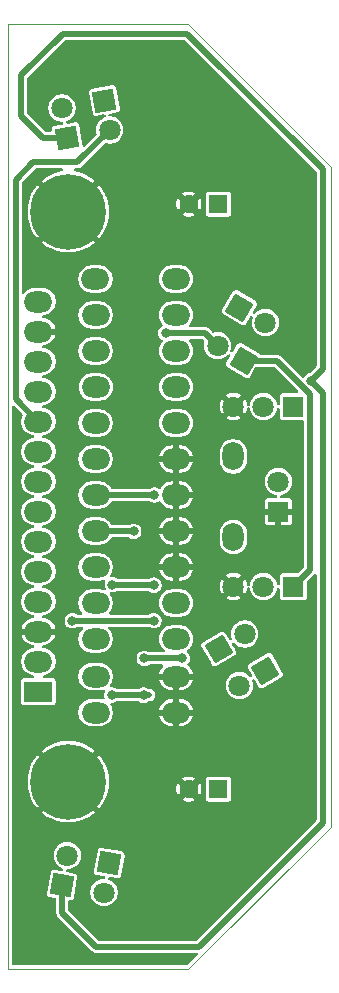
<source format=gbr>
G04 #@! TF.GenerationSoftware,KiCad,Pcbnew,9.0.1*
G04 #@! TF.CreationDate,2025-07-21T13:44:48+02:00*
G04 #@! TF.ProjectId,ukmarsbot-wall-sensor-advanced,756b6d61-7273-4626-9f74-2d77616c6c2d,rev?*
G04 #@! TF.SameCoordinates,Original*
G04 #@! TF.FileFunction,Copper,L2,Bot*
G04 #@! TF.FilePolarity,Positive*
%FSLAX46Y46*%
G04 Gerber Fmt 4.6, Leading zero omitted, Abs format (unit mm)*
G04 Created by KiCad (PCBNEW 9.0.1) date 2025-07-21 13:44:48*
%MOMM*%
%LPD*%
G01*
G04 APERTURE LIST*
G04 Aperture macros list*
%AMRotRect*
0 Rectangle, with rotation*
0 The origin of the aperture is its center*
0 $1 length*
0 $2 width*
0 $3 Rotation angle, in degrees counterclockwise*
0 Add horizontal line*
21,1,$1,$2,0,0,$3*%
G04 Aperture macros list end*
G04 #@! TA.AperFunction,Profile*
%ADD10C,0.050000*%
G04 #@! TD*
%ADD11C,0.350000*%
G04 #@! TA.AperFunction,ComponentPad*
%ADD12C,6.400000*%
G04 #@! TD*
G04 #@! TA.AperFunction,ComponentPad*
%ADD13RotRect,1.800000X1.800000X150.000000*%
G04 #@! TD*
G04 #@! TA.AperFunction,ComponentPad*
%ADD14C,1.800000*%
G04 #@! TD*
G04 #@! TA.AperFunction,ComponentPad*
%ADD15RotRect,1.800000X1.800000X100.000000*%
G04 #@! TD*
G04 #@! TA.AperFunction,ComponentPad*
%ADD16R,1.800000X1.800000*%
G04 #@! TD*
G04 #@! TA.AperFunction,ComponentPad*
%ADD17O,2.400000X1.800000*%
G04 #@! TD*
G04 #@! TA.AperFunction,ComponentPad*
%ADD18R,1.600000X1.600000*%
G04 #@! TD*
G04 #@! TA.AperFunction,ComponentPad*
%ADD19C,1.600000*%
G04 #@! TD*
G04 #@! TA.AperFunction,ComponentPad*
%ADD20RotRect,1.800000X1.800000X30.000000*%
G04 #@! TD*
G04 #@! TA.AperFunction,ComponentPad*
%ADD21RotRect,1.800000X1.800000X80.000000*%
G04 #@! TD*
G04 #@! TA.AperFunction,ComponentPad*
%ADD22O,1.800000X2.400000*%
G04 #@! TD*
G04 #@! TA.AperFunction,ComponentPad*
%ADD23RotRect,1.800000X1.800000X260.000000*%
G04 #@! TD*
G04 #@! TA.AperFunction,ComponentPad*
%ADD24RotRect,1.800000X1.800000X330.000000*%
G04 #@! TD*
G04 #@! TA.AperFunction,ComponentPad*
%ADD25RotRect,1.800000X1.800000X280.000000*%
G04 #@! TD*
G04 #@! TA.AperFunction,ComponentPad*
%ADD26RotRect,1.800000X1.800000X210.000000*%
G04 #@! TD*
G04 #@! TA.AperFunction,ComponentPad*
%ADD27R,2.400000X1.800000*%
G04 #@! TD*
G04 #@! TA.AperFunction,ViaPad*
%ADD28C,0.800000*%
G04 #@! TD*
G04 #@! TA.AperFunction,Conductor*
%ADD29C,0.500000*%
G04 #@! TD*
G04 APERTURE END LIST*
D10*
X139290000Y-145005000D02*
X139290000Y-64995000D01*
X166595000Y-132305000D02*
X166595000Y-132940000D01*
X166595000Y-132940000D02*
X154530000Y-145005000D01*
X154530000Y-145005000D02*
X139290000Y-145005000D01*
X166595000Y-77060000D02*
X166595000Y-132305000D01*
X154530000Y-64995000D02*
X166595000Y-77060000D01*
X139290000Y-64995000D02*
X154530000Y-64995000D01*
D11*
X144370000Y-129130000D03*
X159200000Y-93500000D03*
X157000295Y-92230000D03*
X144277127Y-74600000D03*
X143836061Y-72098588D03*
X162150000Y-106275000D03*
X162150000Y-103735000D03*
X146275000Y-92681000D03*
X153895000Y-92681000D03*
X163420000Y-112620000D03*
X160880000Y-112620000D03*
X158340000Y-112620000D03*
X157070000Y-80235000D03*
X154570000Y-80235000D03*
X157100000Y-117900000D03*
X159299705Y-116630000D03*
X146275000Y-89633000D03*
X153895000Y-89633000D03*
X143834325Y-137900000D03*
X144275391Y-135398588D03*
X146285000Y-95729000D03*
X153905000Y-95729000D03*
X146275000Y-107921000D03*
X153895000Y-107921000D03*
X146275000Y-101825000D03*
X153895000Y-101825000D03*
X146275000Y-110969000D03*
X153895000Y-110969000D03*
X146275000Y-123288000D03*
X153895000Y-123288000D03*
X146275000Y-104873000D03*
X153895000Y-104873000D03*
X163420000Y-97380000D03*
X160880000Y-97380000D03*
X158340000Y-97380000D03*
X144370000Y-80870000D03*
X153885000Y-86585000D03*
X146265000Y-86585000D03*
X146275000Y-98777000D03*
X153895000Y-98777000D03*
X158340000Y-101200000D03*
X158340000Y-108820000D03*
X146275000Y-120240000D03*
X153895000Y-120240000D03*
X146275000Y-114017000D03*
X153895000Y-114017000D03*
X146275000Y-117065000D03*
X153895000Y-117065000D03*
X157070000Y-129765000D03*
X154570000Y-129765000D03*
X147825391Y-136026588D03*
X147384325Y-138528000D03*
X158848000Y-88998000D03*
X161047705Y-90268000D03*
X147427127Y-71472000D03*
X147868193Y-73973412D03*
X161047705Y-119732000D03*
X158848000Y-121002000D03*
X141830000Y-121510000D03*
X141830000Y-118970000D03*
X141830000Y-116430000D03*
X141830000Y-113890000D03*
X141830000Y-111350000D03*
X141830000Y-108810000D03*
X141830000Y-106270000D03*
X141830000Y-103730000D03*
X141830000Y-101190000D03*
X141830000Y-98650000D03*
X141830000Y-96110000D03*
X141830000Y-93570000D03*
X141830000Y-91030000D03*
X141830000Y-88490000D03*
D12*
X144370000Y-129130000D03*
D13*
X159200000Y-93500000D03*
D14*
X157000295Y-92230000D03*
D15*
X144277127Y-74600000D03*
D14*
X143836061Y-72098588D03*
D16*
X162150000Y-106275000D03*
D14*
X162150000Y-103735000D03*
D17*
X146675000Y-92681000D03*
X153495000Y-92681000D03*
D16*
X163420000Y-112620000D03*
D14*
X160880000Y-112620000D03*
X158340000Y-112620000D03*
D18*
X157070000Y-80235000D03*
D19*
X154570000Y-80235000D03*
D20*
X157100000Y-117900000D03*
D14*
X159299705Y-116630000D03*
D17*
X146675000Y-89633000D03*
X153495000Y-89633000D03*
D21*
X143834325Y-137900000D03*
D14*
X144275391Y-135398588D03*
D17*
X146685000Y-95729000D03*
X153505000Y-95729000D03*
X146675000Y-107921000D03*
X153495000Y-107921000D03*
X146675000Y-101825000D03*
X153495000Y-101825000D03*
X146675000Y-110969000D03*
X153495000Y-110969000D03*
X146675000Y-123288000D03*
X153495000Y-123288000D03*
X146675000Y-104873000D03*
X153495000Y-104873000D03*
D16*
X163420000Y-97380000D03*
D14*
X160880000Y-97380000D03*
X158340000Y-97380000D03*
D12*
X144370000Y-80870000D03*
D17*
X153485000Y-86585000D03*
X146665000Y-86585000D03*
X146675000Y-98777000D03*
X153495000Y-98777000D03*
D22*
X158340000Y-101600000D03*
X158340000Y-108420000D03*
D17*
X146675000Y-120240000D03*
X153495000Y-120240000D03*
X146675000Y-114017000D03*
X153495000Y-114017000D03*
X146675000Y-117065000D03*
X153495000Y-117065000D03*
D18*
X157070000Y-129765000D03*
D19*
X154570000Y-129765000D03*
D23*
X147825391Y-136026588D03*
D14*
X147384325Y-138528000D03*
D24*
X158848000Y-88998000D03*
D14*
X161047705Y-90268000D03*
D25*
X147427127Y-71472000D03*
D14*
X147868193Y-73973412D03*
D26*
X161047705Y-119732000D03*
D14*
X158848000Y-121002000D03*
D27*
X141830000Y-121510000D03*
D17*
X141830000Y-118970000D03*
X141830000Y-116430000D03*
X141830000Y-113890000D03*
X141830000Y-111350000D03*
X141830000Y-108810000D03*
X141830000Y-106270000D03*
X141830000Y-103730000D03*
X141830000Y-101190000D03*
X141830000Y-98650000D03*
X141830000Y-96110000D03*
X141830000Y-93570000D03*
X141830000Y-91030000D03*
X141830000Y-88490000D03*
D28*
X164886262Y-95184886D03*
X152625000Y-91157000D03*
X150800000Y-118700000D03*
X154000000Y-118700000D03*
X151649500Y-104873000D03*
X149900000Y-107950000D03*
X144700000Y-115500000D03*
X151600000Y-115500000D03*
X151600000Y-112500000D03*
X148100000Y-112450000D03*
X150750000Y-121819010D03*
X148050500Y-121802626D03*
D29*
X143834325Y-137900000D02*
X143834325Y-140234325D01*
X155400000Y-143100000D02*
X165900000Y-132600000D01*
X143834325Y-140234325D02*
X146700000Y-143100000D01*
X154400000Y-65800000D02*
X165900000Y-77300000D01*
X140400000Y-69300000D02*
X143900000Y-65800000D01*
X146700000Y-143100000D02*
X155400000Y-143100000D01*
X165900000Y-94171148D02*
X164886262Y-95184886D01*
X165900000Y-77300000D02*
X165900000Y-94171148D01*
X144277127Y-74600000D02*
X142200000Y-74600000D01*
X165900000Y-132600000D02*
X165900000Y-96198624D01*
X143900000Y-65800000D02*
X154400000Y-65800000D01*
X140400000Y-72800000D02*
X140400000Y-69300000D01*
X142200000Y-74600000D02*
X140400000Y-72800000D01*
X165900000Y-96198624D02*
X164886262Y-95184886D01*
X157000295Y-92230000D02*
X155927295Y-91157000D01*
X155927295Y-91157000D02*
X152625000Y-91157000D01*
X150800000Y-118700000D02*
X154000000Y-118700000D01*
X141830000Y-98650000D02*
X139900000Y-96720000D01*
X139900000Y-78200000D02*
X141400000Y-76700000D01*
X141400000Y-76700000D02*
X145141605Y-76700000D01*
X145141605Y-76700000D02*
X147868193Y-73973412D01*
X139900000Y-96720000D02*
X139900000Y-78200000D01*
X146275000Y-104873000D02*
X151649500Y-104873000D01*
X149900000Y-107950000D02*
X149871000Y-107921000D01*
X149871000Y-107921000D02*
X146275000Y-107921000D01*
X144700000Y-115500000D02*
X151600000Y-115500000D01*
X151593000Y-112493000D02*
X151600000Y-112500000D01*
X148100000Y-112450000D02*
X148143000Y-112493000D01*
X148143000Y-112493000D02*
X151593000Y-112493000D01*
X164800000Y-111240000D02*
X163420000Y-112620000D01*
X159200000Y-93500000D02*
X162000000Y-93500000D01*
X162000000Y-93500000D02*
X164800000Y-96300000D01*
X164800000Y-96300000D02*
X164800000Y-111240000D01*
X151233116Y-121802626D02*
X148050500Y-121802626D01*
G04 #@! TA.AperFunction,Conductor*
G36*
X154206960Y-66324502D02*
G01*
X154227934Y-66341405D01*
X165358595Y-77472066D01*
X165392621Y-77534378D01*
X165395500Y-77561161D01*
X165395500Y-93909987D01*
X165375498Y-93978108D01*
X165358599Y-93999077D01*
X165099469Y-94258208D01*
X164855682Y-94501995D01*
X164793370Y-94536020D01*
X164791170Y-94536478D01*
X164749181Y-94544830D01*
X164695351Y-94555538D01*
X164695349Y-94555539D01*
X164695345Y-94555540D01*
X164576240Y-94604875D01*
X164469042Y-94676502D01*
X164469036Y-94676507D01*
X164377883Y-94767660D01*
X164377878Y-94767666D01*
X164304263Y-94877839D01*
X164249786Y-94923367D01*
X164179343Y-94932214D01*
X164115299Y-94901573D01*
X164110403Y-94896932D01*
X162309776Y-93096304D01*
X162309772Y-93096301D01*
X162309770Y-93096299D01*
X162231148Y-93050907D01*
X162194734Y-93029883D01*
X162194731Y-93029882D01*
X162194730Y-93029881D01*
X162194728Y-93029880D01*
X162194727Y-93029880D01*
X162160347Y-93020668D01*
X162066419Y-92995500D01*
X162066417Y-92995500D01*
X160663198Y-92995500D01*
X160595077Y-92975498D01*
X160580117Y-92964229D01*
X160578382Y-92962707D01*
X160558713Y-92951351D01*
X158976117Y-92037640D01*
X158904449Y-92013311D01*
X158904445Y-92013310D01*
X158803419Y-92019932D01*
X158803417Y-92019933D01*
X158712612Y-92064713D01*
X158712609Y-92064715D01*
X158712608Y-92064717D01*
X158662709Y-92121614D01*
X158662705Y-92121620D01*
X158316862Y-92720639D01*
X158265480Y-92769632D01*
X158195766Y-92783068D01*
X158129855Y-92756682D01*
X158088673Y-92698850D01*
X158085295Y-92627933D01*
X158087903Y-92618724D01*
X158126367Y-92500346D01*
X158154795Y-92320861D01*
X158154795Y-92139139D01*
X158126367Y-91959654D01*
X158070212Y-91786826D01*
X157987712Y-91624910D01*
X157936867Y-91554928D01*
X157880896Y-91477891D01*
X157752403Y-91349398D01*
X157605388Y-91242585D01*
X157605387Y-91242584D01*
X157605385Y-91242583D01*
X157443469Y-91160083D01*
X157443466Y-91160082D01*
X157443464Y-91160081D01*
X157270646Y-91103929D01*
X157270642Y-91103928D01*
X157270641Y-91103928D01*
X157091156Y-91075500D01*
X156909434Y-91075500D01*
X156729949Y-91103928D01*
X156729943Y-91103929D01*
X156696013Y-91114954D01*
X156625045Y-91116981D01*
X156567983Y-91084217D01*
X156237065Y-90753299D01*
X156149800Y-90702917D01*
X156149797Y-90702915D01*
X156122029Y-90686883D01*
X156122026Y-90686882D01*
X156122025Y-90686881D01*
X156122023Y-90686880D01*
X156122022Y-90686880D01*
X156087642Y-90677668D01*
X155993714Y-90652500D01*
X155993712Y-90652500D01*
X154712400Y-90652500D01*
X154644279Y-90632498D01*
X154597786Y-90578842D01*
X154587682Y-90508568D01*
X154617176Y-90443988D01*
X154623305Y-90437405D01*
X154675598Y-90385111D01*
X154675601Y-90385108D01*
X154675603Y-90385106D01*
X154782417Y-90238090D01*
X154864917Y-90076174D01*
X154921072Y-89903346D01*
X154949500Y-89723861D01*
X154949500Y-89542139D01*
X154921072Y-89362654D01*
X154898620Y-89293554D01*
X157361310Y-89293554D01*
X157367932Y-89394580D01*
X157367932Y-89394581D01*
X157367933Y-89394583D01*
X157412713Y-89485388D01*
X157429254Y-89499894D01*
X157469614Y-89535290D01*
X157469616Y-89535291D01*
X157469618Y-89535293D01*
X157796221Y-89723857D01*
X159071882Y-90460359D01*
X159143550Y-90484688D01*
X159143553Y-90484689D01*
X159143553Y-90484688D01*
X159143554Y-90484689D01*
X159168810Y-90483033D01*
X159244583Y-90478067D01*
X159335388Y-90433287D01*
X159385293Y-90376382D01*
X159731138Y-89777358D01*
X159782519Y-89728367D01*
X159852233Y-89714931D01*
X159918144Y-89741317D01*
X159959326Y-89799149D01*
X159962704Y-89870065D01*
X159960089Y-89879296D01*
X159921634Y-89997648D01*
X159921633Y-89997653D01*
X159921633Y-89997654D01*
X159893205Y-90177139D01*
X159893205Y-90358861D01*
X159916917Y-90508568D01*
X159921634Y-90538351D01*
X159969895Y-90686883D01*
X159977788Y-90711174D01*
X160060288Y-90873090D01*
X160060290Y-90873093D01*
X160167103Y-91020108D01*
X160295596Y-91148601D01*
X160295599Y-91148603D01*
X160442615Y-91255417D01*
X160604531Y-91337917D01*
X160777359Y-91394072D01*
X160956844Y-91422500D01*
X160956847Y-91422500D01*
X161138563Y-91422500D01*
X161138566Y-91422500D01*
X161318051Y-91394072D01*
X161490879Y-91337917D01*
X161652795Y-91255417D01*
X161799811Y-91148603D01*
X161928308Y-91020106D01*
X162035122Y-90873090D01*
X162117622Y-90711174D01*
X162173777Y-90538346D01*
X162202205Y-90358861D01*
X162202205Y-90177139D01*
X162173777Y-89997654D01*
X162117622Y-89824826D01*
X162035122Y-89662910D01*
X161998474Y-89612469D01*
X161928306Y-89515891D01*
X161799813Y-89387398D01*
X161652798Y-89280585D01*
X161652797Y-89280584D01*
X161652795Y-89280583D01*
X161490879Y-89198083D01*
X161490876Y-89198082D01*
X161490874Y-89198081D01*
X161318056Y-89141929D01*
X161318052Y-89141928D01*
X161318051Y-89141928D01*
X161138566Y-89113500D01*
X160956844Y-89113500D01*
X160777359Y-89141928D01*
X160777353Y-89141929D01*
X160604535Y-89198081D01*
X160604529Y-89198084D01*
X160442611Y-89280585D01*
X160295598Y-89387397D01*
X160169514Y-89513481D01*
X160107202Y-89547506D01*
X160036386Y-89542440D01*
X159979551Y-89499894D01*
X159954740Y-89433373D01*
X159969832Y-89363999D01*
X159971280Y-89361419D01*
X160310358Y-88774119D01*
X160334689Y-88702447D01*
X160328067Y-88601417D01*
X160283287Y-88510612D01*
X160246671Y-88478500D01*
X160226385Y-88460709D01*
X160226379Y-88460705D01*
X158624117Y-87535640D01*
X158552449Y-87511311D01*
X158552445Y-87511310D01*
X158451419Y-87517932D01*
X158451417Y-87517933D01*
X158360612Y-87562713D01*
X158360609Y-87562715D01*
X158360608Y-87562717D01*
X158310709Y-87619614D01*
X158310705Y-87619620D01*
X157385640Y-89221882D01*
X157361311Y-89293550D01*
X157361310Y-89293554D01*
X154898620Y-89293554D01*
X154864917Y-89189826D01*
X154782417Y-89027910D01*
X154675603Y-88880894D01*
X154675601Y-88880891D01*
X154547108Y-88752398D01*
X154400093Y-88645585D01*
X154400092Y-88645584D01*
X154400090Y-88645583D01*
X154238174Y-88563083D01*
X154238171Y-88563082D01*
X154238169Y-88563081D01*
X154065351Y-88506929D01*
X154065347Y-88506928D01*
X154065346Y-88506928D01*
X153885861Y-88478500D01*
X153104139Y-88478500D01*
X152924654Y-88506928D01*
X152924648Y-88506929D01*
X152751830Y-88563081D01*
X152751824Y-88563084D01*
X152589906Y-88645585D01*
X152442891Y-88752398D01*
X152314398Y-88880891D01*
X152207585Y-89027906D01*
X152125084Y-89189824D01*
X152125081Y-89189830D01*
X152068929Y-89362648D01*
X152068928Y-89362653D01*
X152068928Y-89362654D01*
X152040500Y-89542139D01*
X152040500Y-89723861D01*
X152063657Y-89870065D01*
X152068929Y-89903351D01*
X152125081Y-90076169D01*
X152125083Y-90076174D01*
X152207583Y-90238090D01*
X152207585Y-90238093D01*
X152314398Y-90385108D01*
X152321091Y-90391801D01*
X152355117Y-90454113D01*
X152350052Y-90524928D01*
X152307505Y-90581764D01*
X152301999Y-90585660D01*
X152207783Y-90648614D01*
X152207774Y-90648621D01*
X152116621Y-90739774D01*
X152116616Y-90739780D01*
X152044989Y-90846978D01*
X151995654Y-90966083D01*
X151995652Y-90966088D01*
X151970500Y-91092534D01*
X151970500Y-91221465D01*
X151995652Y-91347911D01*
X151995654Y-91347916D01*
X151996268Y-91349398D01*
X152044989Y-91467022D01*
X152064302Y-91495925D01*
X152116616Y-91574219D01*
X152116621Y-91574225D01*
X152207774Y-91665378D01*
X152207780Y-91665383D01*
X152301998Y-91728338D01*
X152347526Y-91782815D01*
X152356374Y-91853258D01*
X152325732Y-91917302D01*
X152321096Y-91922194D01*
X152314398Y-91928892D01*
X152207585Y-92075906D01*
X152125084Y-92237824D01*
X152125081Y-92237830D01*
X152068929Y-92410648D01*
X152068928Y-92410653D01*
X152068928Y-92410654D01*
X152040500Y-92590139D01*
X152040500Y-92771861D01*
X152068793Y-92950494D01*
X152068929Y-92951351D01*
X152125081Y-93124169D01*
X152125083Y-93124174D01*
X152207583Y-93286090D01*
X152207585Y-93286093D01*
X152314398Y-93433108D01*
X152442891Y-93561601D01*
X152442894Y-93561603D01*
X152589910Y-93668417D01*
X152751826Y-93750917D01*
X152924654Y-93807072D01*
X153104139Y-93835500D01*
X153104142Y-93835500D01*
X153885858Y-93835500D01*
X153885861Y-93835500D01*
X154065346Y-93807072D01*
X154238174Y-93750917D01*
X154400090Y-93668417D01*
X154547106Y-93561603D01*
X154675603Y-93433106D01*
X154782417Y-93286090D01*
X154864917Y-93124174D01*
X154921072Y-92951346D01*
X154949500Y-92771861D01*
X154949500Y-92590139D01*
X154921072Y-92410654D01*
X154864917Y-92237826D01*
X154782417Y-92075910D01*
X154675603Y-91928894D01*
X154675601Y-91928891D01*
X154623305Y-91876595D01*
X154589279Y-91814283D01*
X154594344Y-91743468D01*
X154636891Y-91686632D01*
X154703411Y-91661821D01*
X154712400Y-91661500D01*
X155666134Y-91661500D01*
X155696049Y-91670283D01*
X155726519Y-91676912D01*
X155731614Y-91680726D01*
X155734255Y-91681502D01*
X155755229Y-91698405D01*
X155854511Y-91797687D01*
X155888537Y-91859999D01*
X155885249Y-91925718D01*
X155874224Y-91959648D01*
X155874223Y-91959653D01*
X155874223Y-91959654D01*
X155845795Y-92139139D01*
X155845795Y-92320861D01*
X155874182Y-92500084D01*
X155874224Y-92500351D01*
X155903398Y-92590139D01*
X155930378Y-92673174D01*
X156012878Y-92835090D01*
X156012880Y-92835093D01*
X156119693Y-92982108D01*
X156248186Y-93110601D01*
X156283990Y-93136614D01*
X156395205Y-93217417D01*
X156557121Y-93299917D01*
X156729949Y-93356072D01*
X156909434Y-93384500D01*
X156909437Y-93384500D01*
X157091153Y-93384500D01*
X157091156Y-93384500D01*
X157270641Y-93356072D01*
X157443469Y-93299917D01*
X157605385Y-93217417D01*
X157752401Y-93110603D01*
X157878486Y-92984517D01*
X157940796Y-92950494D01*
X158011612Y-92955558D01*
X158068448Y-92998105D01*
X158093259Y-93064625D01*
X158078168Y-93133999D01*
X158076699Y-93136614D01*
X157737640Y-93723882D01*
X157713311Y-93795550D01*
X157713310Y-93795554D01*
X157719932Y-93896580D01*
X157719932Y-93896581D01*
X157719933Y-93896583D01*
X157764713Y-93987388D01*
X157784225Y-94004500D01*
X157821614Y-94037290D01*
X157821620Y-94037294D01*
X159423882Y-94962359D01*
X159487420Y-94983928D01*
X159495553Y-94986689D01*
X159495553Y-94986688D01*
X159495554Y-94986689D01*
X159520810Y-94985033D01*
X159596583Y-94980067D01*
X159687388Y-94935287D01*
X159737293Y-94878382D01*
X160205455Y-94067499D01*
X160256837Y-94018507D01*
X160314574Y-94004500D01*
X161738839Y-94004500D01*
X161806960Y-94024502D01*
X161827934Y-94041405D01*
X163796934Y-96010405D01*
X163830960Y-96072717D01*
X163825895Y-96143532D01*
X163783348Y-96200368D01*
X163716828Y-96225179D01*
X163707839Y-96225500D01*
X162494936Y-96225500D01*
X162494926Y-96225501D01*
X162420699Y-96240265D01*
X162336515Y-96296516D01*
X162280266Y-96380697D01*
X162265500Y-96454930D01*
X162265500Y-97146639D01*
X162245498Y-97214760D01*
X162191842Y-97261253D01*
X162121568Y-97271357D01*
X162056988Y-97241863D01*
X162018604Y-97182137D01*
X162015053Y-97166363D01*
X162006072Y-97109654D01*
X161949917Y-96936826D01*
X161867417Y-96774910D01*
X161760603Y-96627894D01*
X161760601Y-96627891D01*
X161632108Y-96499398D01*
X161485093Y-96392585D01*
X161485092Y-96392584D01*
X161485090Y-96392583D01*
X161323174Y-96310083D01*
X161323171Y-96310082D01*
X161323169Y-96310081D01*
X161150351Y-96253929D01*
X161150347Y-96253928D01*
X161150346Y-96253928D01*
X160970861Y-96225500D01*
X160789139Y-96225500D01*
X160609654Y-96253928D01*
X160609648Y-96253929D01*
X160436830Y-96310081D01*
X160436824Y-96310084D01*
X160274906Y-96392585D01*
X160127891Y-96499398D01*
X159999398Y-96627891D01*
X159892585Y-96774906D01*
X159810084Y-96936824D01*
X159810081Y-96936830D01*
X159753929Y-97109647D01*
X159734195Y-97234240D01*
X159703782Y-97298393D01*
X159643513Y-97335919D01*
X159572524Y-97334905D01*
X159513352Y-97295671D01*
X159485297Y-97234238D01*
X159465583Y-97109769D01*
X159409452Y-96937018D01*
X159409449Y-96937010D01*
X159326990Y-96775173D01*
X159317330Y-96761877D01*
X158740000Y-97339208D01*
X158740000Y-97327339D01*
X158712741Y-97225606D01*
X158660080Y-97134394D01*
X158585606Y-97059920D01*
X158494394Y-97007259D01*
X158392661Y-96980000D01*
X158380790Y-96980000D01*
X158958120Y-96402668D01*
X158958121Y-96402668D01*
X158944824Y-96393009D01*
X158782989Y-96310550D01*
X158782981Y-96310547D01*
X158610231Y-96254416D01*
X158430820Y-96226000D01*
X158249180Y-96226000D01*
X158069768Y-96254416D01*
X157897018Y-96310547D01*
X157897010Y-96310550D01*
X157735184Y-96393004D01*
X157735172Y-96393011D01*
X157721877Y-96402668D01*
X158299209Y-96980000D01*
X158287339Y-96980000D01*
X158185606Y-97007259D01*
X158094394Y-97059920D01*
X158019920Y-97134394D01*
X157967259Y-97225606D01*
X157940000Y-97327339D01*
X157940000Y-97339209D01*
X157362668Y-96761877D01*
X157353011Y-96775172D01*
X157353004Y-96775184D01*
X157270550Y-96937010D01*
X157270547Y-96937018D01*
X157214416Y-97109768D01*
X157186000Y-97289180D01*
X157186000Y-97470819D01*
X157214416Y-97650231D01*
X157270547Y-97822981D01*
X157270550Y-97822989D01*
X157353009Y-97984824D01*
X157362668Y-97998120D01*
X157940000Y-97420788D01*
X157940000Y-97432661D01*
X157967259Y-97534394D01*
X158019920Y-97625606D01*
X158094394Y-97700080D01*
X158185606Y-97752741D01*
X158287339Y-97780000D01*
X158299210Y-97780000D01*
X157721877Y-98357331D01*
X157735173Y-98366990D01*
X157897010Y-98449449D01*
X157897018Y-98449452D01*
X158069768Y-98505583D01*
X158249180Y-98534000D01*
X158430820Y-98534000D01*
X158610231Y-98505583D01*
X158782981Y-98449452D01*
X158782989Y-98449449D01*
X158944829Y-98366988D01*
X158958120Y-98357331D01*
X158958120Y-98357329D01*
X158380791Y-97780000D01*
X158392661Y-97780000D01*
X158494394Y-97752741D01*
X158585606Y-97700080D01*
X158660080Y-97625606D01*
X158712741Y-97534394D01*
X158740000Y-97432661D01*
X158740000Y-97420791D01*
X159317329Y-97998120D01*
X159317331Y-97998120D01*
X159326988Y-97984829D01*
X159409449Y-97822989D01*
X159409452Y-97822981D01*
X159465583Y-97650230D01*
X159485297Y-97525761D01*
X159515709Y-97461608D01*
X159575977Y-97424080D01*
X159646967Y-97425094D01*
X159706139Y-97464326D01*
X159734195Y-97525759D01*
X159753929Y-97650352D01*
X159799169Y-97789585D01*
X159810083Y-97823174D01*
X159892450Y-97984829D01*
X159892585Y-97985093D01*
X159999398Y-98132108D01*
X160127891Y-98260601D01*
X160189092Y-98305066D01*
X160274910Y-98367417D01*
X160436826Y-98449917D01*
X160609654Y-98506072D01*
X160789139Y-98534500D01*
X160789142Y-98534500D01*
X160970858Y-98534500D01*
X160970861Y-98534500D01*
X161150346Y-98506072D01*
X161323174Y-98449917D01*
X161485090Y-98367417D01*
X161632106Y-98260603D01*
X161760603Y-98132106D01*
X161867417Y-97985090D01*
X161949917Y-97823174D01*
X162006072Y-97650346D01*
X162015052Y-97593644D01*
X162045463Y-97529495D01*
X162105731Y-97491968D01*
X162176720Y-97492981D01*
X162235892Y-97532213D01*
X162264461Y-97597208D01*
X162265500Y-97613358D01*
X162265500Y-98305063D01*
X162265501Y-98305073D01*
X162280265Y-98379300D01*
X162336516Y-98463484D01*
X162420697Y-98519733D01*
X162420699Y-98519734D01*
X162494933Y-98534500D01*
X164169500Y-98534499D01*
X164237621Y-98554501D01*
X164284114Y-98608157D01*
X164295500Y-98660499D01*
X164295500Y-110978837D01*
X164275498Y-111046958D01*
X164258595Y-111067932D01*
X163897932Y-111428595D01*
X163835620Y-111462621D01*
X163808837Y-111465500D01*
X162494936Y-111465500D01*
X162494926Y-111465501D01*
X162420699Y-111480265D01*
X162336515Y-111536516D01*
X162280266Y-111620697D01*
X162265500Y-111694930D01*
X162265500Y-112386639D01*
X162245498Y-112454760D01*
X162191842Y-112501253D01*
X162121568Y-112511357D01*
X162056988Y-112481863D01*
X162018604Y-112422137D01*
X162015053Y-112406363D01*
X162006072Y-112349654D01*
X161949917Y-112176826D01*
X161867417Y-112014910D01*
X161814166Y-111941617D01*
X161760601Y-111867891D01*
X161632108Y-111739398D01*
X161485093Y-111632585D01*
X161485092Y-111632584D01*
X161485090Y-111632583D01*
X161323174Y-111550083D01*
X161323171Y-111550082D01*
X161323169Y-111550081D01*
X161150351Y-111493929D01*
X161150347Y-111493928D01*
X161150346Y-111493928D01*
X160970861Y-111465500D01*
X160789139Y-111465500D01*
X160609654Y-111493928D01*
X160609648Y-111493929D01*
X160436830Y-111550081D01*
X160436824Y-111550084D01*
X160274906Y-111632585D01*
X160127891Y-111739398D01*
X159999398Y-111867891D01*
X159892585Y-112014906D01*
X159810084Y-112176824D01*
X159810081Y-112176830D01*
X159753929Y-112349647D01*
X159734195Y-112474240D01*
X159703782Y-112538393D01*
X159643513Y-112575919D01*
X159572524Y-112574905D01*
X159513352Y-112535671D01*
X159485297Y-112474238D01*
X159465583Y-112349769D01*
X159409452Y-112177018D01*
X159409449Y-112177010D01*
X159326990Y-112015173D01*
X159317330Y-112001877D01*
X158740000Y-112579208D01*
X158740000Y-112567339D01*
X158712741Y-112465606D01*
X158660080Y-112374394D01*
X158585606Y-112299920D01*
X158494394Y-112247259D01*
X158392661Y-112220000D01*
X158380790Y-112220000D01*
X158958120Y-111642668D01*
X158958121Y-111642668D01*
X158944824Y-111633009D01*
X158782989Y-111550550D01*
X158782981Y-111550547D01*
X158610231Y-111494416D01*
X158430820Y-111466000D01*
X158249180Y-111466000D01*
X158069768Y-111494416D01*
X157897018Y-111550547D01*
X157897010Y-111550550D01*
X157735184Y-111633004D01*
X157735172Y-111633011D01*
X157721877Y-111642668D01*
X158299209Y-112220000D01*
X158287339Y-112220000D01*
X158185606Y-112247259D01*
X158094394Y-112299920D01*
X158019920Y-112374394D01*
X157967259Y-112465606D01*
X157940000Y-112567339D01*
X157940000Y-112579209D01*
X157362668Y-112001877D01*
X157353011Y-112015172D01*
X157353004Y-112015184D01*
X157270550Y-112177010D01*
X157270547Y-112177018D01*
X157214416Y-112349768D01*
X157186000Y-112529180D01*
X157186000Y-112710819D01*
X157214416Y-112890231D01*
X157270547Y-113062981D01*
X157270550Y-113062989D01*
X157353009Y-113224824D01*
X157362668Y-113238120D01*
X157940000Y-112660788D01*
X157940000Y-112672661D01*
X157967259Y-112774394D01*
X158019920Y-112865606D01*
X158094394Y-112940080D01*
X158185606Y-112992741D01*
X158287339Y-113020000D01*
X158299210Y-113020000D01*
X157721877Y-113597331D01*
X157735173Y-113606990D01*
X157897010Y-113689449D01*
X157897018Y-113689452D01*
X158069768Y-113745583D01*
X158249180Y-113774000D01*
X158430820Y-113774000D01*
X158610231Y-113745583D01*
X158782981Y-113689452D01*
X158782989Y-113689449D01*
X158944829Y-113606988D01*
X158958120Y-113597331D01*
X158958120Y-113597329D01*
X158380791Y-113020000D01*
X158392661Y-113020000D01*
X158494394Y-112992741D01*
X158585606Y-112940080D01*
X158660080Y-112865606D01*
X158712741Y-112774394D01*
X158740000Y-112672661D01*
X158740000Y-112660791D01*
X159317329Y-113238120D01*
X159317331Y-113238120D01*
X159326988Y-113224829D01*
X159409449Y-113062989D01*
X159409452Y-113062981D01*
X159465583Y-112890230D01*
X159485297Y-112765761D01*
X159515709Y-112701608D01*
X159575977Y-112664080D01*
X159646967Y-112665094D01*
X159706139Y-112704326D01*
X159734195Y-112765759D01*
X159753929Y-112890352D01*
X159810020Y-113062981D01*
X159810083Y-113063174D01*
X159892450Y-113224829D01*
X159892585Y-113225093D01*
X159999398Y-113372108D01*
X160127891Y-113500601D01*
X160189092Y-113545066D01*
X160274910Y-113607417D01*
X160436826Y-113689917D01*
X160609654Y-113746072D01*
X160789139Y-113774500D01*
X160789142Y-113774500D01*
X160970858Y-113774500D01*
X160970861Y-113774500D01*
X161150346Y-113746072D01*
X161323174Y-113689917D01*
X161485090Y-113607417D01*
X161632106Y-113500603D01*
X161760603Y-113372106D01*
X161867417Y-113225090D01*
X161949917Y-113063174D01*
X162006072Y-112890346D01*
X162015052Y-112833644D01*
X162045463Y-112769495D01*
X162105731Y-112731968D01*
X162176720Y-112732981D01*
X162235892Y-112772213D01*
X162264461Y-112837208D01*
X162265500Y-112853358D01*
X162265500Y-113545063D01*
X162265501Y-113545073D01*
X162280265Y-113619300D01*
X162336516Y-113703484D01*
X162420697Y-113759733D01*
X162420699Y-113759734D01*
X162494933Y-113774500D01*
X164345066Y-113774499D01*
X164345069Y-113774498D01*
X164345073Y-113774498D01*
X164394326Y-113764701D01*
X164419301Y-113759734D01*
X164503484Y-113703484D01*
X164559734Y-113619301D01*
X164574500Y-113545067D01*
X164574499Y-112231161D01*
X164594501Y-112163041D01*
X164611404Y-112142067D01*
X165180405Y-111573066D01*
X165242717Y-111539040D01*
X165313532Y-111544105D01*
X165370368Y-111586652D01*
X165395179Y-111653172D01*
X165395500Y-111662161D01*
X165395500Y-132338839D01*
X165375498Y-132406960D01*
X165358595Y-132427934D01*
X155227934Y-142558595D01*
X155165622Y-142592621D01*
X155138839Y-142595500D01*
X146961160Y-142595500D01*
X146893039Y-142575498D01*
X146872065Y-142558595D01*
X144375730Y-140062259D01*
X144341704Y-139999947D01*
X144338825Y-139973164D01*
X144338825Y-139311427D01*
X144358827Y-139243306D01*
X144412483Y-139196813D01*
X144482757Y-139186709D01*
X144486667Y-139187334D01*
X144544861Y-139197596D01*
X144620532Y-139195946D01*
X144713203Y-139155168D01*
X144783217Y-139082032D01*
X144810649Y-139011490D01*
X144911922Y-138437139D01*
X146229825Y-138437139D01*
X146229825Y-138618861D01*
X146240492Y-138686207D01*
X146258254Y-138798351D01*
X146274676Y-138848892D01*
X146314408Y-138971174D01*
X146314409Y-138971175D01*
X146396910Y-139133093D01*
X146503723Y-139280108D01*
X146632216Y-139408601D01*
X146632219Y-139408603D01*
X146779235Y-139515417D01*
X146941151Y-139597917D01*
X147113979Y-139654072D01*
X147293464Y-139682500D01*
X147293467Y-139682500D01*
X147475183Y-139682500D01*
X147475186Y-139682500D01*
X147654671Y-139654072D01*
X147827499Y-139597917D01*
X147989415Y-139515417D01*
X148136431Y-139408603D01*
X148264928Y-139280106D01*
X148371742Y-139133090D01*
X148454242Y-138971174D01*
X148510397Y-138798346D01*
X148538825Y-138618861D01*
X148538825Y-138437139D01*
X148510397Y-138257654D01*
X148454242Y-138084826D01*
X148371742Y-137922910D01*
X148264928Y-137775894D01*
X148264926Y-137775891D01*
X148136433Y-137647398D01*
X147989418Y-137540585D01*
X147989417Y-137540584D01*
X147989415Y-137540583D01*
X147827499Y-137458083D01*
X147799421Y-137448960D01*
X147740818Y-137408887D01*
X147713181Y-137343490D01*
X147725288Y-137273534D01*
X147773294Y-137221228D01*
X147841959Y-137203179D01*
X147860236Y-137205041D01*
X148535927Y-137324184D01*
X148611598Y-137322534D01*
X148704269Y-137281756D01*
X148774283Y-137208620D01*
X148801715Y-137138078D01*
X149122987Y-135316052D01*
X149121337Y-135240381D01*
X149080559Y-135147710D01*
X149007423Y-135077696D01*
X148936882Y-135050264D01*
X147114852Y-134728991D01*
X147039187Y-134730641D01*
X147039183Y-134730642D01*
X146946514Y-134771419D01*
X146876499Y-134844555D01*
X146849067Y-134915096D01*
X146527794Y-136737124D01*
X146529444Y-136812791D01*
X146529445Y-136812795D01*
X146570223Y-136905466D01*
X146643359Y-136975480D01*
X146713901Y-137002912D01*
X147397303Y-137123414D01*
X147460915Y-137154941D01*
X147497385Y-137215855D01*
X147495132Y-137286816D01*
X147454873Y-137345294D01*
X147389389Y-137372724D01*
X147375423Y-137373500D01*
X147293464Y-137373500D01*
X147113979Y-137401928D01*
X147113973Y-137401929D01*
X146941155Y-137458081D01*
X146941149Y-137458084D01*
X146779231Y-137540585D01*
X146632216Y-137647398D01*
X146503723Y-137775891D01*
X146396910Y-137922906D01*
X146314409Y-138084824D01*
X146314406Y-138084830D01*
X146258254Y-138257648D01*
X146258253Y-138257653D01*
X146258253Y-138257654D01*
X146229825Y-138437139D01*
X144911922Y-138437139D01*
X145131921Y-137189464D01*
X145130271Y-137113793D01*
X145089493Y-137021122D01*
X145016357Y-136951108D01*
X144945816Y-136923676D01*
X144262413Y-136803174D01*
X144198801Y-136771647D01*
X144162331Y-136710733D01*
X144164584Y-136639772D01*
X144204843Y-136581294D01*
X144270327Y-136553864D01*
X144284293Y-136553088D01*
X144366249Y-136553088D01*
X144366252Y-136553088D01*
X144545737Y-136524660D01*
X144718565Y-136468505D01*
X144880481Y-136386005D01*
X145027497Y-136279191D01*
X145155994Y-136150694D01*
X145262808Y-136003678D01*
X145345308Y-135841762D01*
X145401463Y-135668934D01*
X145429891Y-135489449D01*
X145429891Y-135307727D01*
X145401463Y-135128242D01*
X145345308Y-134955414D01*
X145262808Y-134793498D01*
X145155994Y-134646482D01*
X145155992Y-134646479D01*
X145027499Y-134517986D01*
X144880484Y-134411173D01*
X144880483Y-134411172D01*
X144880481Y-134411171D01*
X144718565Y-134328671D01*
X144718562Y-134328670D01*
X144718560Y-134328669D01*
X144545742Y-134272517D01*
X144545738Y-134272516D01*
X144545737Y-134272516D01*
X144366252Y-134244088D01*
X144184530Y-134244088D01*
X144005045Y-134272516D01*
X144005039Y-134272517D01*
X143832221Y-134328669D01*
X143832215Y-134328672D01*
X143670297Y-134411173D01*
X143523282Y-134517986D01*
X143394789Y-134646479D01*
X143287976Y-134793494D01*
X143205475Y-134955412D01*
X143205472Y-134955418D01*
X143149320Y-135128236D01*
X143149319Y-135128241D01*
X143149319Y-135128242D01*
X143120891Y-135307727D01*
X143120891Y-135489449D01*
X143149319Y-135668934D01*
X143149320Y-135668939D01*
X143205472Y-135841757D01*
X143205474Y-135841762D01*
X143205475Y-135841763D01*
X143287976Y-136003681D01*
X143394789Y-136150696D01*
X143523282Y-136279189D01*
X143523285Y-136279191D01*
X143670301Y-136386005D01*
X143832217Y-136468505D01*
X143860292Y-136477627D01*
X143918896Y-136517698D01*
X143946533Y-136583094D01*
X143934428Y-136653051D01*
X143886423Y-136705358D01*
X143817759Y-136723408D01*
X143799475Y-136721545D01*
X143123786Y-136602403D01*
X143048121Y-136604053D01*
X143048117Y-136604054D01*
X142955448Y-136644831D01*
X142885433Y-136717967D01*
X142858001Y-136788508D01*
X142536728Y-138610536D01*
X142538378Y-138686203D01*
X142538379Y-138686207D01*
X142579157Y-138778878D01*
X142652293Y-138848892D01*
X142722835Y-138876324D01*
X143225706Y-138964993D01*
X143289317Y-138996519D01*
X143325786Y-139057433D01*
X143329825Y-139089078D01*
X143329825Y-140300742D01*
X143329824Y-140300742D01*
X143364207Y-140429057D01*
X143388516Y-140471162D01*
X143430621Y-140544091D01*
X143430629Y-140544101D01*
X146296300Y-143409770D01*
X146390230Y-143503700D01*
X146505270Y-143570119D01*
X146633581Y-143604500D01*
X146633583Y-143604500D01*
X155194550Y-143604500D01*
X155262671Y-143624502D01*
X155309164Y-143678158D01*
X155319268Y-143748432D01*
X155289774Y-143813012D01*
X155283656Y-143819583D01*
X154440444Y-144662796D01*
X154378134Y-144696820D01*
X154351351Y-144699700D01*
X139721300Y-144699700D01*
X139653179Y-144679698D01*
X139606686Y-144626042D01*
X139595300Y-144573700D01*
X139595300Y-128960309D01*
X140916000Y-128960309D01*
X140916000Y-129299690D01*
X140949261Y-129637403D01*
X140949263Y-129637419D01*
X141015471Y-129970266D01*
X141113980Y-130295011D01*
X141113983Y-130295019D01*
X141243855Y-130608556D01*
X141403833Y-130907855D01*
X141592368Y-131190018D01*
X141592373Y-131190024D01*
X141753920Y-131386869D01*
X143073367Y-130067421D01*
X143149588Y-130172330D01*
X143327670Y-130350412D01*
X143432576Y-130426631D01*
X142113129Y-131746078D01*
X142309975Y-131907626D01*
X142309981Y-131907631D01*
X142592144Y-132096166D01*
X142891443Y-132256144D01*
X143204980Y-132386016D01*
X143204988Y-132386019D01*
X143529733Y-132484528D01*
X143529732Y-132484528D01*
X143862580Y-132550736D01*
X143862596Y-132550738D01*
X144200309Y-132583999D01*
X144200325Y-132584000D01*
X144539675Y-132584000D01*
X144539690Y-132583999D01*
X144877403Y-132550738D01*
X144877419Y-132550736D01*
X145210266Y-132484528D01*
X145535011Y-132386019D01*
X145535019Y-132386016D01*
X145848556Y-132256144D01*
X146147855Y-132096166D01*
X146430018Y-131907631D01*
X146430024Y-131907626D01*
X146626869Y-131746078D01*
X145307422Y-130426631D01*
X145412330Y-130350412D01*
X145590412Y-130172330D01*
X145666631Y-130067422D01*
X146986078Y-131386869D01*
X147147626Y-131190024D01*
X147147631Y-131190018D01*
X147336166Y-130907855D01*
X147496146Y-130608553D01*
X147510625Y-130573598D01*
X147510625Y-130573597D01*
X147626016Y-130295019D01*
X147626019Y-130295011D01*
X147724528Y-129970266D01*
X147786008Y-129661184D01*
X153516000Y-129661184D01*
X153516000Y-129868815D01*
X153556504Y-130072439D01*
X153556505Y-130072442D01*
X153635959Y-130264260D01*
X153666227Y-130309561D01*
X154170000Y-129805788D01*
X154170000Y-129817661D01*
X154197259Y-129919394D01*
X154249920Y-130010606D01*
X154324394Y-130085080D01*
X154415606Y-130137741D01*
X154517339Y-130165000D01*
X154529210Y-130165000D01*
X154025438Y-130668770D01*
X154070743Y-130699042D01*
X154262557Y-130778494D01*
X154262560Y-130778495D01*
X154466184Y-130818999D01*
X154466191Y-130819000D01*
X154673809Y-130819000D01*
X154673815Y-130818999D01*
X154877439Y-130778495D01*
X154877442Y-130778494D01*
X155069257Y-130699041D01*
X155114560Y-130668771D01*
X155114561Y-130668770D01*
X154610791Y-130165000D01*
X154622661Y-130165000D01*
X154724394Y-130137741D01*
X154815606Y-130085080D01*
X154890080Y-130010606D01*
X154942741Y-129919394D01*
X154970000Y-129817661D01*
X154970000Y-129805791D01*
X155473770Y-130309561D01*
X155473771Y-130309560D01*
X155504041Y-130264257D01*
X155583494Y-130072442D01*
X155583495Y-130072439D01*
X155623999Y-129868815D01*
X155624000Y-129868808D01*
X155624000Y-129661191D01*
X155623999Y-129661184D01*
X155583495Y-129457560D01*
X155583494Y-129457557D01*
X155504042Y-129265743D01*
X155473770Y-129220438D01*
X154970000Y-129724208D01*
X154970000Y-129712339D01*
X154942741Y-129610606D01*
X154890080Y-129519394D01*
X154815606Y-129444920D01*
X154724394Y-129392259D01*
X154622661Y-129365000D01*
X154610790Y-129365000D01*
X155035858Y-128939930D01*
X156015500Y-128939930D01*
X156015500Y-130590063D01*
X156015501Y-130590073D01*
X156030265Y-130664300D01*
X156086516Y-130748484D01*
X156170697Y-130804733D01*
X156170699Y-130804734D01*
X156244933Y-130819500D01*
X157895066Y-130819499D01*
X157895069Y-130819498D01*
X157895073Y-130819498D01*
X157944326Y-130809701D01*
X157969301Y-130804734D01*
X158053484Y-130748484D01*
X158109734Y-130664301D01*
X158124500Y-130590067D01*
X158124499Y-128939934D01*
X158124498Y-128939930D01*
X158124498Y-128939926D01*
X158109734Y-128865699D01*
X158086521Y-128830959D01*
X158053484Y-128781516D01*
X158037432Y-128770790D01*
X157969302Y-128725266D01*
X157895067Y-128710500D01*
X156244936Y-128710500D01*
X156244926Y-128710501D01*
X156170699Y-128725265D01*
X156086515Y-128781516D01*
X156030266Y-128865697D01*
X156015500Y-128939930D01*
X155035858Y-128939930D01*
X155114561Y-128861227D01*
X155069260Y-128830959D01*
X154877442Y-128751505D01*
X154877439Y-128751504D01*
X154673815Y-128711000D01*
X154466184Y-128711000D01*
X154262560Y-128751504D01*
X154262557Y-128751505D01*
X154070741Y-128830958D01*
X154025438Y-128861228D01*
X154025437Y-128861228D01*
X154529209Y-129365000D01*
X154517339Y-129365000D01*
X154415606Y-129392259D01*
X154324394Y-129444920D01*
X154249920Y-129519394D01*
X154197259Y-129610606D01*
X154170000Y-129712339D01*
X154170000Y-129724209D01*
X153666228Y-129220437D01*
X153666228Y-129220438D01*
X153635958Y-129265741D01*
X153556505Y-129457557D01*
X153556504Y-129457560D01*
X153516000Y-129661184D01*
X147786008Y-129661184D01*
X147790734Y-129637427D01*
X147790739Y-129637395D01*
X147823999Y-129299690D01*
X147824000Y-129299674D01*
X147824000Y-128960325D01*
X147823999Y-128960307D01*
X147820082Y-128920533D01*
X147790738Y-128622596D01*
X147790736Y-128622580D01*
X147724528Y-128289733D01*
X147626019Y-127964988D01*
X147626016Y-127964980D01*
X147496144Y-127651443D01*
X147336166Y-127352144D01*
X147147631Y-127069981D01*
X147147626Y-127069975D01*
X146986078Y-126873129D01*
X145666631Y-128192576D01*
X145590412Y-128087670D01*
X145412330Y-127909588D01*
X145307422Y-127833367D01*
X146626869Y-126513920D01*
X146430024Y-126352373D01*
X146430018Y-126352368D01*
X146147855Y-126163833D01*
X145848556Y-126003855D01*
X145535019Y-125873983D01*
X145535011Y-125873980D01*
X145210266Y-125775471D01*
X145210267Y-125775471D01*
X144877419Y-125709263D01*
X144877403Y-125709261D01*
X144539690Y-125676000D01*
X144200309Y-125676000D01*
X143862596Y-125709261D01*
X143862580Y-125709263D01*
X143529733Y-125775471D01*
X143204988Y-125873980D01*
X143204980Y-125873983D01*
X142891443Y-126003855D01*
X142592144Y-126163833D01*
X142309979Y-126352370D01*
X142309964Y-126352381D01*
X142113129Y-126513920D01*
X143432577Y-127833368D01*
X143327670Y-127909588D01*
X143149588Y-128087670D01*
X143073368Y-128192577D01*
X141753920Y-126873129D01*
X141592381Y-127069964D01*
X141592370Y-127069979D01*
X141403833Y-127352144D01*
X141243855Y-127651443D01*
X141113983Y-127964980D01*
X141113980Y-127964988D01*
X141015471Y-128289733D01*
X140949263Y-128622580D01*
X140949261Y-128622596D01*
X140916000Y-128960309D01*
X139595300Y-128960309D01*
X139595300Y-97432961D01*
X139615302Y-97364840D01*
X139668958Y-97318347D01*
X139739232Y-97308243D01*
X139803812Y-97337737D01*
X139810395Y-97343866D01*
X140467338Y-98000809D01*
X140501364Y-98063121D01*
X140496299Y-98133936D01*
X140490511Y-98147105D01*
X140460083Y-98206824D01*
X140403929Y-98379648D01*
X140403928Y-98379653D01*
X140403928Y-98379654D01*
X140375500Y-98559139D01*
X140375500Y-98740861D01*
X140395615Y-98867861D01*
X140403929Y-98920351D01*
X140445194Y-99047351D01*
X140460083Y-99093174D01*
X140524793Y-99220175D01*
X140542585Y-99255093D01*
X140649398Y-99402108D01*
X140777891Y-99530601D01*
X140777894Y-99530603D01*
X140924910Y-99637417D01*
X141086826Y-99719917D01*
X141259654Y-99776072D01*
X141382642Y-99795551D01*
X141446794Y-99825964D01*
X141484321Y-99886232D01*
X141483307Y-99957221D01*
X141444074Y-100016393D01*
X141382642Y-100044448D01*
X141259654Y-100063928D01*
X141259648Y-100063929D01*
X141086830Y-100120081D01*
X141086824Y-100120084D01*
X140924906Y-100202585D01*
X140777891Y-100309398D01*
X140649398Y-100437891D01*
X140542585Y-100584906D01*
X140460084Y-100746824D01*
X140460081Y-100746830D01*
X140403929Y-100919648D01*
X140403928Y-100919653D01*
X140403928Y-100919654D01*
X140375500Y-101099139D01*
X140375500Y-101280861D01*
X140391521Y-101382010D01*
X140403929Y-101460351D01*
X140458523Y-101628374D01*
X140460083Y-101633174D01*
X140511529Y-101734142D01*
X140542585Y-101795093D01*
X140649398Y-101942108D01*
X140777891Y-102070601D01*
X140811958Y-102095352D01*
X140924910Y-102177417D01*
X141086826Y-102259917D01*
X141259654Y-102316072D01*
X141382642Y-102335551D01*
X141446794Y-102365964D01*
X141484321Y-102426232D01*
X141483307Y-102497221D01*
X141444074Y-102556393D01*
X141382642Y-102584448D01*
X141259654Y-102603928D01*
X141259648Y-102603929D01*
X141086830Y-102660081D01*
X141086824Y-102660084D01*
X140924906Y-102742585D01*
X140777891Y-102849398D01*
X140649398Y-102977891D01*
X140542585Y-103124906D01*
X140460084Y-103286824D01*
X140460081Y-103286830D01*
X140403929Y-103459648D01*
X140403928Y-103459653D01*
X140403928Y-103459654D01*
X140375500Y-103639139D01*
X140375500Y-103820861D01*
X140385819Y-103886011D01*
X140403929Y-104000351D01*
X140405554Y-104005351D01*
X140460083Y-104173174D01*
X140540894Y-104331775D01*
X140542585Y-104335093D01*
X140649398Y-104482108D01*
X140777891Y-104610601D01*
X140777894Y-104610603D01*
X140924910Y-104717417D01*
X141086826Y-104799917D01*
X141259654Y-104856072D01*
X141382642Y-104875551D01*
X141446794Y-104905964D01*
X141484321Y-104966232D01*
X141483307Y-105037221D01*
X141444074Y-105096393D01*
X141382642Y-105124448D01*
X141263329Y-105143346D01*
X141259648Y-105143929D01*
X141086830Y-105200081D01*
X141086824Y-105200084D01*
X140924906Y-105282585D01*
X140777891Y-105389398D01*
X140649398Y-105517891D01*
X140542585Y-105664906D01*
X140460084Y-105826824D01*
X140460081Y-105826830D01*
X140403929Y-105999648D01*
X140403928Y-105999653D01*
X140403928Y-105999654D01*
X140375500Y-106179139D01*
X140375500Y-106360861D01*
X140389412Y-106448694D01*
X140403929Y-106540351D01*
X140434712Y-106635090D01*
X140460083Y-106713174D01*
X140530589Y-106851550D01*
X140542585Y-106875093D01*
X140649398Y-107022108D01*
X140777891Y-107150601D01*
X140777894Y-107150603D01*
X140924910Y-107257417D01*
X141086826Y-107339917D01*
X141259654Y-107396072D01*
X141382642Y-107415551D01*
X141446794Y-107445964D01*
X141484321Y-107506232D01*
X141483307Y-107577221D01*
X141444074Y-107636393D01*
X141382642Y-107664448D01*
X141259654Y-107683928D01*
X141259648Y-107683929D01*
X141086830Y-107740081D01*
X141086824Y-107740084D01*
X140924906Y-107822585D01*
X140777891Y-107929398D01*
X140649398Y-108057891D01*
X140542585Y-108204906D01*
X140460084Y-108366824D01*
X140460081Y-108366830D01*
X140403929Y-108539648D01*
X140403928Y-108539653D01*
X140403928Y-108539654D01*
X140375500Y-108719139D01*
X140375500Y-108900861D01*
X140403928Y-109080346D01*
X140403929Y-109080351D01*
X140460081Y-109253169D01*
X140460083Y-109253174D01*
X140542583Y-109415090D01*
X140542585Y-109415093D01*
X140649398Y-109562108D01*
X140777891Y-109690601D01*
X140777894Y-109690603D01*
X140924910Y-109797417D01*
X141086826Y-109879917D01*
X141259654Y-109936072D01*
X141382642Y-109955551D01*
X141446794Y-109985964D01*
X141484321Y-110046232D01*
X141483307Y-110117221D01*
X141444074Y-110176393D01*
X141382642Y-110204448D01*
X141259654Y-110223928D01*
X141259648Y-110223929D01*
X141086830Y-110280081D01*
X141086824Y-110280084D01*
X140924906Y-110362585D01*
X140777891Y-110469398D01*
X140649398Y-110597891D01*
X140542585Y-110744906D01*
X140460084Y-110906824D01*
X140460081Y-110906830D01*
X140403929Y-111079648D01*
X140403928Y-111079653D01*
X140403928Y-111079654D01*
X140375500Y-111259139D01*
X140375500Y-111440861D01*
X140399983Y-111595438D01*
X140403929Y-111620351D01*
X140460081Y-111793169D01*
X140460083Y-111793174D01*
X140542583Y-111955090D01*
X140542585Y-111955093D01*
X140649398Y-112102108D01*
X140777891Y-112230601D01*
X140873300Y-112299920D01*
X140924910Y-112337417D01*
X141086826Y-112419917D01*
X141259654Y-112476072D01*
X141382642Y-112495551D01*
X141446794Y-112525964D01*
X141484321Y-112586232D01*
X141483307Y-112657221D01*
X141444074Y-112716393D01*
X141382642Y-112744448D01*
X141259654Y-112763928D01*
X141259648Y-112763929D01*
X141086830Y-112820081D01*
X141086824Y-112820084D01*
X140924906Y-112902585D01*
X140777891Y-113009398D01*
X140649398Y-113137891D01*
X140542585Y-113284906D01*
X140460084Y-113446824D01*
X140460081Y-113446830D01*
X140403929Y-113619648D01*
X140403928Y-113619653D01*
X140403928Y-113619654D01*
X140375500Y-113799139D01*
X140375500Y-113980861D01*
X140395615Y-114107861D01*
X140403929Y-114160351D01*
X140445194Y-114287351D01*
X140460083Y-114333174D01*
X140524793Y-114460175D01*
X140542585Y-114495093D01*
X140649398Y-114642108D01*
X140777891Y-114770601D01*
X140777894Y-114770603D01*
X140924910Y-114877417D01*
X141086826Y-114959917D01*
X141259654Y-115016072D01*
X141384240Y-115035804D01*
X141448392Y-115066217D01*
X141485919Y-115126485D01*
X141484905Y-115197474D01*
X141445672Y-115256646D01*
X141384239Y-115284702D01*
X141259768Y-115304416D01*
X141087018Y-115360547D01*
X141087010Y-115360550D01*
X140925171Y-115443011D01*
X140778217Y-115549780D01*
X140778214Y-115549782D01*
X140649782Y-115678214D01*
X140649780Y-115678217D01*
X140543011Y-115825171D01*
X140460550Y-115987010D01*
X140460545Y-115987022D01*
X140404417Y-116159767D01*
X140404413Y-116159780D01*
X140401845Y-116175999D01*
X140401847Y-116176000D01*
X141399297Y-116176000D01*
X141364075Y-116237007D01*
X141330000Y-116364174D01*
X141330000Y-116495826D01*
X141364075Y-116622993D01*
X141399297Y-116684000D01*
X140401845Y-116684000D01*
X140404413Y-116700219D01*
X140404417Y-116700232D01*
X140460545Y-116872977D01*
X140460550Y-116872989D01*
X140543011Y-117034828D01*
X140649780Y-117181782D01*
X140649782Y-117181785D01*
X140778214Y-117310217D01*
X140778217Y-117310219D01*
X140925171Y-117416988D01*
X141087010Y-117499449D01*
X141087018Y-117499452D01*
X141259769Y-117555583D01*
X141384238Y-117575297D01*
X141448392Y-117605709D01*
X141485919Y-117665977D01*
X141484905Y-117736967D01*
X141445672Y-117796139D01*
X141384240Y-117824195D01*
X141259647Y-117843929D01*
X141086830Y-117900081D01*
X141086824Y-117900084D01*
X140924906Y-117982585D01*
X140777891Y-118089398D01*
X140649398Y-118217891D01*
X140542585Y-118364906D01*
X140460084Y-118526824D01*
X140460081Y-118526830D01*
X140403929Y-118699648D01*
X140403929Y-118699650D01*
X140403928Y-118699654D01*
X140375500Y-118879139D01*
X140375500Y-119060861D01*
X140401419Y-119224502D01*
X140403929Y-119240351D01*
X140460030Y-119413012D01*
X140460083Y-119413174D01*
X140508460Y-119508119D01*
X140542585Y-119575093D01*
X140649398Y-119722108D01*
X140777891Y-119850601D01*
X140777894Y-119850603D01*
X140924910Y-119957417D01*
X141086826Y-120039917D01*
X141259654Y-120096072D01*
X141316354Y-120105052D01*
X141380504Y-120135463D01*
X141418031Y-120195731D01*
X141417018Y-120266720D01*
X141377786Y-120325892D01*
X141312791Y-120354461D01*
X141296641Y-120355500D01*
X140604936Y-120355500D01*
X140604926Y-120355501D01*
X140530699Y-120370265D01*
X140446515Y-120426516D01*
X140390266Y-120510697D01*
X140375500Y-120584930D01*
X140375500Y-122435063D01*
X140375501Y-122435073D01*
X140390265Y-122509300D01*
X140446516Y-122593484D01*
X140530697Y-122649733D01*
X140530699Y-122649734D01*
X140604933Y-122664500D01*
X143055066Y-122664499D01*
X143055069Y-122664498D01*
X143055073Y-122664498D01*
X143104326Y-122654701D01*
X143129301Y-122649734D01*
X143213484Y-122593484D01*
X143269734Y-122509301D01*
X143284500Y-122435067D01*
X143284499Y-120584934D01*
X143284498Y-120584930D01*
X143284498Y-120584926D01*
X143269734Y-120510699D01*
X143229310Y-120450201D01*
X143213484Y-120426516D01*
X143213483Y-120426515D01*
X143129302Y-120370266D01*
X143055069Y-120355500D01*
X142363360Y-120355500D01*
X142295239Y-120335498D01*
X142248746Y-120281842D01*
X142238642Y-120211568D01*
X142267154Y-120149139D01*
X145220500Y-120149139D01*
X145220500Y-120330861D01*
X145245010Y-120485606D01*
X145248929Y-120510351D01*
X145282198Y-120612741D01*
X145305083Y-120683174D01*
X145387583Y-120845090D01*
X145387585Y-120845093D01*
X145494398Y-120992108D01*
X145622891Y-121120601D01*
X145660776Y-121148126D01*
X145769910Y-121227417D01*
X145931826Y-121309917D01*
X146104654Y-121366072D01*
X146284139Y-121394500D01*
X146284142Y-121394500D01*
X147065858Y-121394500D01*
X147065861Y-121394500D01*
X147245346Y-121366072D01*
X147306127Y-121346322D01*
X147377092Y-121344295D01*
X147437891Y-121380957D01*
X147469216Y-121444669D01*
X147461471Y-121514373D01*
X147421155Y-121611705D01*
X147421152Y-121611714D01*
X147396000Y-121738160D01*
X147396000Y-121867091D01*
X147421152Y-121993537D01*
X147421154Y-121993542D01*
X147424497Y-122001613D01*
X147432085Y-122072203D01*
X147400304Y-122135689D01*
X147339246Y-122171916D01*
X147269153Y-122169663D01*
X147245349Y-122161929D01*
X147245346Y-122161928D01*
X147065861Y-122133500D01*
X146284139Y-122133500D01*
X146138925Y-122156500D01*
X146104648Y-122161929D01*
X145931830Y-122218081D01*
X145931824Y-122218084D01*
X145769906Y-122300585D01*
X145622891Y-122407398D01*
X145494398Y-122535891D01*
X145387585Y-122682906D01*
X145305084Y-122844824D01*
X145305081Y-122844830D01*
X145248929Y-123017648D01*
X145248928Y-123017653D01*
X145248928Y-123017654D01*
X145220500Y-123197139D01*
X145220500Y-123378861D01*
X145237252Y-123484625D01*
X145248929Y-123558351D01*
X145265087Y-123608080D01*
X145305083Y-123731174D01*
X145305084Y-123731175D01*
X145387585Y-123893093D01*
X145494398Y-124040108D01*
X145622891Y-124168601D01*
X145622894Y-124168603D01*
X145769910Y-124275417D01*
X145931826Y-124357917D01*
X146104654Y-124414072D01*
X146284139Y-124442500D01*
X146284142Y-124442500D01*
X147065858Y-124442500D01*
X147065861Y-124442500D01*
X147245346Y-124414072D01*
X147418174Y-124357917D01*
X147580090Y-124275417D01*
X147727106Y-124168603D01*
X147855603Y-124040106D01*
X147962417Y-123893090D01*
X148044917Y-123731174D01*
X148101072Y-123558346D01*
X148103661Y-123542000D01*
X152066845Y-123542000D01*
X152069413Y-123558219D01*
X152069417Y-123558232D01*
X152125545Y-123730977D01*
X152125550Y-123730989D01*
X152208011Y-123892828D01*
X152314780Y-124039782D01*
X152314782Y-124039785D01*
X152443214Y-124168217D01*
X152443217Y-124168219D01*
X152590171Y-124274988D01*
X152752010Y-124357449D01*
X152752018Y-124357452D01*
X152924768Y-124413583D01*
X153104180Y-124442000D01*
X153241000Y-124442000D01*
X153241000Y-123542000D01*
X152066845Y-123542000D01*
X148103661Y-123542000D01*
X148129500Y-123378861D01*
X148129500Y-123235339D01*
X153495000Y-123235339D01*
X153495000Y-123340661D01*
X153522259Y-123442394D01*
X153574920Y-123533606D01*
X153649394Y-123608080D01*
X153740606Y-123660741D01*
X153749000Y-123662990D01*
X153749000Y-124442000D01*
X153885820Y-124442000D01*
X154065231Y-124413583D01*
X154237981Y-124357452D01*
X154237989Y-124357449D01*
X154399828Y-124274988D01*
X154546782Y-124168219D01*
X154546785Y-124168217D01*
X154675217Y-124039785D01*
X154675219Y-124039782D01*
X154781988Y-123892828D01*
X154864449Y-123730989D01*
X154864454Y-123730977D01*
X154920582Y-123558232D01*
X154920586Y-123558219D01*
X154923154Y-123542000D01*
X154206686Y-123542000D01*
X154215080Y-123533606D01*
X154267741Y-123442394D01*
X154295000Y-123340661D01*
X154295000Y-123235339D01*
X154267741Y-123133606D01*
X154215080Y-123042394D01*
X154206686Y-123034000D01*
X154923153Y-123034000D01*
X154923154Y-123033999D01*
X154920586Y-123017780D01*
X154920582Y-123017767D01*
X154864454Y-122845022D01*
X154864449Y-122845010D01*
X154781988Y-122683171D01*
X154675219Y-122536217D01*
X154675217Y-122536214D01*
X154546785Y-122407782D01*
X154546782Y-122407780D01*
X154399828Y-122301011D01*
X154237989Y-122218550D01*
X154237981Y-122218547D01*
X154065231Y-122162416D01*
X153885820Y-122134000D01*
X153749000Y-122134000D01*
X153749000Y-122913009D01*
X153740606Y-122915259D01*
X153649394Y-122967920D01*
X153574920Y-123042394D01*
X153522259Y-123133606D01*
X153495000Y-123235339D01*
X148129500Y-123235339D01*
X148129500Y-123197139D01*
X148103661Y-123033999D01*
X152066845Y-123033999D01*
X152066847Y-123034000D01*
X153241000Y-123034000D01*
X153241000Y-122134000D01*
X153104180Y-122134000D01*
X152924768Y-122162416D01*
X152752018Y-122218547D01*
X152752010Y-122218550D01*
X152590171Y-122301011D01*
X152443217Y-122407780D01*
X152443214Y-122407782D01*
X152314782Y-122536214D01*
X152314780Y-122536217D01*
X152208011Y-122683171D01*
X152125550Y-122845010D01*
X152125545Y-122845022D01*
X152069417Y-123017767D01*
X152069413Y-123017780D01*
X152066845Y-123033999D01*
X148103661Y-123033999D01*
X148101072Y-123017654D01*
X148044917Y-122844826D01*
X147962417Y-122682910D01*
X147943727Y-122657185D01*
X147919870Y-122590320D01*
X147935950Y-122521168D01*
X147986863Y-122471688D01*
X148045664Y-122457126D01*
X148114962Y-122457126D01*
X148114963Y-122457126D01*
X148241411Y-122431974D01*
X148360522Y-122382637D01*
X148441751Y-122328360D01*
X148509504Y-122307146D01*
X148511753Y-122307126D01*
X150264227Y-122307126D01*
X150332348Y-122327128D01*
X150334213Y-122328350D01*
X150439978Y-122399021D01*
X150559089Y-122448358D01*
X150685537Y-122473510D01*
X150685538Y-122473510D01*
X150814462Y-122473510D01*
X150814463Y-122473510D01*
X150940911Y-122448358D01*
X151060022Y-122399021D01*
X151165771Y-122328360D01*
X151233524Y-122307146D01*
X151235773Y-122307126D01*
X151299533Y-122307126D01*
X151299535Y-122307126D01*
X151427846Y-122272745D01*
X151542886Y-122206326D01*
X151636816Y-122112396D01*
X151703235Y-121997356D01*
X151737616Y-121869045D01*
X151737616Y-121736207D01*
X151703235Y-121607896D01*
X151636816Y-121492856D01*
X151636814Y-121492854D01*
X151636810Y-121492849D01*
X151542892Y-121398931D01*
X151542882Y-121398923D01*
X151427846Y-121332507D01*
X151299535Y-121298126D01*
X151299533Y-121298126D01*
X151186733Y-121298126D01*
X151118612Y-121278124D01*
X151116731Y-121276891D01*
X151109929Y-121272346D01*
X151060022Y-121238999D01*
X150940911Y-121189662D01*
X150814465Y-121164510D01*
X150814463Y-121164510D01*
X150685537Y-121164510D01*
X150685534Y-121164510D01*
X150559088Y-121189662D01*
X150559083Y-121189664D01*
X150439978Y-121238999D01*
X150383269Y-121276891D01*
X150315516Y-121298106D01*
X150313267Y-121298126D01*
X148511753Y-121298126D01*
X148443632Y-121278124D01*
X148441751Y-121276891D01*
X148360522Y-121222615D01*
X148241411Y-121173278D01*
X148114965Y-121148126D01*
X148114963Y-121148126D01*
X147989537Y-121148126D01*
X147921416Y-121128124D01*
X147874923Y-121074468D01*
X147864819Y-121004194D01*
X147887601Y-120948065D01*
X147914429Y-120911139D01*
X147962417Y-120845090D01*
X148044917Y-120683174D01*
X148101072Y-120510346D01*
X148103661Y-120494000D01*
X152066845Y-120494000D01*
X152069413Y-120510219D01*
X152069417Y-120510232D01*
X152125545Y-120682977D01*
X152125550Y-120682989D01*
X152208011Y-120844828D01*
X152314780Y-120991782D01*
X152314782Y-120991785D01*
X152443214Y-121120217D01*
X152443217Y-121120219D01*
X152590171Y-121226988D01*
X152752010Y-121309449D01*
X152752018Y-121309452D01*
X152924768Y-121365583D01*
X153104180Y-121394000D01*
X153241000Y-121394000D01*
X153241000Y-120494000D01*
X152066845Y-120494000D01*
X148103661Y-120494000D01*
X148129500Y-120330861D01*
X148129500Y-120149139D01*
X148101072Y-119969654D01*
X148044917Y-119796826D01*
X147962417Y-119634910D01*
X147918955Y-119575090D01*
X147855601Y-119487891D01*
X147727108Y-119359398D01*
X147580093Y-119252585D01*
X147580092Y-119252584D01*
X147580090Y-119252583D01*
X147418174Y-119170083D01*
X147418171Y-119170082D01*
X147418169Y-119170081D01*
X147245351Y-119113929D01*
X147245347Y-119113928D01*
X147245346Y-119113928D01*
X147065861Y-119085500D01*
X146284139Y-119085500D01*
X146104654Y-119113928D01*
X146104648Y-119113929D01*
X145931830Y-119170081D01*
X145931824Y-119170084D01*
X145769906Y-119252585D01*
X145622891Y-119359398D01*
X145494398Y-119487891D01*
X145387585Y-119634906D01*
X145305084Y-119796824D01*
X145305081Y-119796830D01*
X145248929Y-119969648D01*
X145248928Y-119969653D01*
X145248928Y-119969654D01*
X145220500Y-120149139D01*
X142267154Y-120149139D01*
X142268136Y-120146988D01*
X142327862Y-120108604D01*
X142343636Y-120105053D01*
X142400346Y-120096072D01*
X142573174Y-120039917D01*
X142735090Y-119957417D01*
X142882106Y-119850603D01*
X143010603Y-119722106D01*
X143117417Y-119575090D01*
X143199917Y-119413174D01*
X143256072Y-119240346D01*
X143284500Y-119060861D01*
X143284500Y-118879139D01*
X143256072Y-118699654D01*
X143235238Y-118635534D01*
X150145500Y-118635534D01*
X150145500Y-118635537D01*
X150145500Y-118764463D01*
X150170652Y-118890911D01*
X150219989Y-119010022D01*
X150253956Y-119060857D01*
X150291616Y-119117219D01*
X150291621Y-119117225D01*
X150382774Y-119208378D01*
X150382780Y-119208383D01*
X150489978Y-119280011D01*
X150609089Y-119329348D01*
X150735537Y-119354500D01*
X150735538Y-119354500D01*
X150864462Y-119354500D01*
X150864463Y-119354500D01*
X150990911Y-119329348D01*
X151110022Y-119280011D01*
X151191251Y-119225734D01*
X151259004Y-119204520D01*
X151261253Y-119204500D01*
X152294307Y-119204500D01*
X152362428Y-119224502D01*
X152408921Y-119278158D01*
X152419025Y-119348432D01*
X152389531Y-119413012D01*
X152383402Y-119419595D01*
X152314782Y-119488214D01*
X152314780Y-119488217D01*
X152208011Y-119635171D01*
X152125550Y-119797010D01*
X152125545Y-119797022D01*
X152069417Y-119969767D01*
X152069413Y-119969780D01*
X152066845Y-119985999D01*
X152066847Y-119986000D01*
X153583314Y-119986000D01*
X153574920Y-119994394D01*
X153522259Y-120085606D01*
X153495000Y-120187339D01*
X153495000Y-120292661D01*
X153522259Y-120394394D01*
X153574920Y-120485606D01*
X153649394Y-120560080D01*
X153740606Y-120612741D01*
X153749000Y-120614990D01*
X153749000Y-121394000D01*
X153885820Y-121394000D01*
X154065231Y-121365583D01*
X154237981Y-121309452D01*
X154237989Y-121309449D01*
X154399828Y-121226988D01*
X154546782Y-121120219D01*
X154546785Y-121120217D01*
X154675217Y-120991785D01*
X154675219Y-120991782D01*
X154733810Y-120911139D01*
X157693500Y-120911139D01*
X157693500Y-121092861D01*
X157721928Y-121272346D01*
X157721929Y-121272351D01*
X157777919Y-121444669D01*
X157778083Y-121445174D01*
X157802380Y-121492859D01*
X157860585Y-121607093D01*
X157967398Y-121754108D01*
X158095891Y-121882601D01*
X158095894Y-121882603D01*
X158242910Y-121989417D01*
X158404826Y-122071917D01*
X158577654Y-122128072D01*
X158757139Y-122156500D01*
X158757142Y-122156500D01*
X158938858Y-122156500D01*
X158938861Y-122156500D01*
X159118346Y-122128072D01*
X159291174Y-122071917D01*
X159453090Y-121989417D01*
X159600106Y-121882603D01*
X159728603Y-121754106D01*
X159835417Y-121607090D01*
X159917917Y-121445174D01*
X159974072Y-121272346D01*
X160002500Y-121092861D01*
X160002500Y-120911139D01*
X159974072Y-120731654D01*
X159935612Y-120613288D01*
X159933585Y-120542324D01*
X159970247Y-120481526D01*
X160033959Y-120450201D01*
X160104493Y-120458293D01*
X160159455Y-120503235D01*
X160164565Y-120511355D01*
X160449106Y-121004194D01*
X160510413Y-121110380D01*
X160560317Y-121167287D01*
X160615214Y-121194359D01*
X160651122Y-121212067D01*
X160752148Y-121218689D01*
X160752148Y-121218688D01*
X160752152Y-121218689D01*
X160823823Y-121194360D01*
X162426085Y-120269292D01*
X162482992Y-120219388D01*
X162527772Y-120128583D01*
X162534394Y-120027553D01*
X162510065Y-119955882D01*
X162496323Y-119932081D01*
X162115249Y-119272042D01*
X161584997Y-118353620D01*
X161535093Y-118296713D01*
X161506840Y-118282780D01*
X161444287Y-118251932D01*
X161343261Y-118245310D01*
X161343258Y-118245311D01*
X161271585Y-118269640D01*
X159669324Y-119194708D01*
X159612418Y-119244611D01*
X159567637Y-119335417D01*
X159561015Y-119436443D01*
X159561016Y-119436446D01*
X159585345Y-119508119D01*
X159924405Y-120095386D01*
X159941143Y-120164381D01*
X159917923Y-120231473D01*
X159862116Y-120275360D01*
X159791440Y-120282109D01*
X159728336Y-120249577D01*
X159726191Y-120247481D01*
X159600108Y-120121398D01*
X159453093Y-120014585D01*
X159453092Y-120014584D01*
X159453090Y-120014583D01*
X159291174Y-119932083D01*
X159291171Y-119932082D01*
X159291169Y-119932081D01*
X159118351Y-119875929D01*
X159118347Y-119875928D01*
X159118346Y-119875928D01*
X158938861Y-119847500D01*
X158757139Y-119847500D01*
X158577654Y-119875928D01*
X158577648Y-119875929D01*
X158404830Y-119932081D01*
X158404824Y-119932084D01*
X158242906Y-120014585D01*
X158095891Y-120121398D01*
X157967398Y-120249891D01*
X157860585Y-120396906D01*
X157778084Y-120558824D01*
X157778081Y-120558830D01*
X157721929Y-120731648D01*
X157721929Y-120731650D01*
X157721928Y-120731654D01*
X157693500Y-120911139D01*
X154733810Y-120911139D01*
X154781985Y-120844833D01*
X154864451Y-120682983D01*
X154864454Y-120682977D01*
X154920582Y-120510232D01*
X154920586Y-120510219D01*
X154923154Y-120494000D01*
X154206686Y-120494000D01*
X154215080Y-120485606D01*
X154267741Y-120394394D01*
X154295000Y-120292661D01*
X154295000Y-120187339D01*
X154267741Y-120085606D01*
X154215080Y-119994394D01*
X154206686Y-119986000D01*
X154923153Y-119986000D01*
X154923154Y-119985999D01*
X154920586Y-119969780D01*
X154920582Y-119969767D01*
X154864454Y-119797022D01*
X154864449Y-119797010D01*
X154781988Y-119635171D01*
X154675219Y-119488217D01*
X154675217Y-119488214D01*
X154546785Y-119359782D01*
X154546782Y-119359780D01*
X154503404Y-119328264D01*
X154460050Y-119272042D01*
X154453974Y-119201306D01*
X154487106Y-119138514D01*
X154488300Y-119137302D01*
X154508383Y-119117220D01*
X154580011Y-119010022D01*
X154629348Y-118890911D01*
X154654500Y-118764463D01*
X154654500Y-118635537D01*
X154629348Y-118509089D01*
X154580011Y-118389978D01*
X154508383Y-118282780D01*
X154508378Y-118282774D01*
X154433705Y-118208101D01*
X154399679Y-118145789D01*
X154404744Y-118074974D01*
X154447291Y-118018138D01*
X154448627Y-118017152D01*
X154547106Y-117945603D01*
X154675603Y-117817106D01*
X154782417Y-117670090D01*
X154815866Y-117604443D01*
X155613310Y-117604443D01*
X155613311Y-117604446D01*
X155613311Y-117604447D01*
X155617713Y-117617414D01*
X155637640Y-117676119D01*
X156407771Y-119010022D01*
X156562708Y-119278380D01*
X156612612Y-119335287D01*
X156662279Y-119359780D01*
X156703417Y-119380067D01*
X156804443Y-119386689D01*
X156804443Y-119386688D01*
X156804447Y-119386689D01*
X156876118Y-119362360D01*
X158478380Y-118437292D01*
X158535287Y-118387388D01*
X158580067Y-118296583D01*
X158583428Y-118245310D01*
X158586689Y-118195556D01*
X158586688Y-118195555D01*
X158586689Y-118195553D01*
X158562360Y-118123882D01*
X158560112Y-118119989D01*
X158459429Y-117945600D01*
X158223298Y-117536611D01*
X158206561Y-117467618D01*
X158229781Y-117400526D01*
X158285588Y-117356639D01*
X158356264Y-117349890D01*
X158419368Y-117382422D01*
X158421513Y-117384518D01*
X158547596Y-117510601D01*
X158547599Y-117510603D01*
X158694615Y-117617417D01*
X158856531Y-117699917D01*
X159029359Y-117756072D01*
X159208844Y-117784500D01*
X159208847Y-117784500D01*
X159390563Y-117784500D01*
X159390566Y-117784500D01*
X159570051Y-117756072D01*
X159742879Y-117699917D01*
X159904795Y-117617417D01*
X160051811Y-117510603D01*
X160180308Y-117382106D01*
X160287122Y-117235090D01*
X160369622Y-117073174D01*
X160425777Y-116900346D01*
X160454205Y-116720861D01*
X160454205Y-116539139D01*
X160425777Y-116359654D01*
X160369622Y-116186826D01*
X160287122Y-116024910D01*
X160224652Y-115938928D01*
X160180306Y-115877891D01*
X160051813Y-115749398D01*
X159904798Y-115642585D01*
X159904797Y-115642584D01*
X159904795Y-115642583D01*
X159742879Y-115560083D01*
X159742876Y-115560082D01*
X159742874Y-115560081D01*
X159570056Y-115503929D01*
X159570052Y-115503928D01*
X159570051Y-115503928D01*
X159390566Y-115475500D01*
X159208844Y-115475500D01*
X159029359Y-115503928D01*
X159029353Y-115503929D01*
X158856535Y-115560081D01*
X158856529Y-115560084D01*
X158694611Y-115642585D01*
X158547596Y-115749398D01*
X158419103Y-115877891D01*
X158312290Y-116024906D01*
X158229789Y-116186824D01*
X158229786Y-116186830D01*
X158173634Y-116359648D01*
X158173633Y-116359653D01*
X158173633Y-116359654D01*
X158145205Y-116539139D01*
X158145205Y-116720861D01*
X158156892Y-116794648D01*
X158173634Y-116900351D01*
X158212091Y-117018708D01*
X158214119Y-117089675D01*
X158177456Y-117150473D01*
X158113744Y-117181799D01*
X158043210Y-117173706D01*
X157988249Y-117128764D01*
X157983139Y-117120644D01*
X157955732Y-117073174D01*
X157637292Y-116521620D01*
X157587388Y-116464713D01*
X157496582Y-116419932D01*
X157395556Y-116413310D01*
X157395553Y-116413311D01*
X157323880Y-116437640D01*
X155721619Y-117362708D01*
X155664713Y-117412611D01*
X155619932Y-117503417D01*
X155613310Y-117604443D01*
X154815866Y-117604443D01*
X154864917Y-117508174D01*
X154921072Y-117335346D01*
X154949500Y-117155861D01*
X154949500Y-116974139D01*
X154921072Y-116794654D01*
X154864917Y-116621826D01*
X154782417Y-116459910D01*
X154675603Y-116312894D01*
X154675601Y-116312891D01*
X154547108Y-116184398D01*
X154400093Y-116077585D01*
X154400092Y-116077584D01*
X154400090Y-116077583D01*
X154238174Y-115995083D01*
X154238171Y-115995082D01*
X154238169Y-115995081D01*
X154065351Y-115938929D01*
X154065347Y-115938928D01*
X154065346Y-115938928D01*
X153885861Y-115910500D01*
X153104139Y-115910500D01*
X152924654Y-115938928D01*
X152924648Y-115938929D01*
X152751830Y-115995081D01*
X152751824Y-115995084D01*
X152589906Y-116077585D01*
X152442891Y-116184398D01*
X152314398Y-116312891D01*
X152207585Y-116459906D01*
X152125084Y-116621824D01*
X152125081Y-116621830D01*
X152068929Y-116794648D01*
X152068928Y-116794653D01*
X152068928Y-116794654D01*
X152040500Y-116974139D01*
X152040500Y-117155861D01*
X152064948Y-117310217D01*
X152068929Y-117335351D01*
X152122248Y-117499449D01*
X152125083Y-117508174D01*
X152207583Y-117670090D01*
X152207585Y-117670093D01*
X152314398Y-117817108D01*
X152442888Y-117945598D01*
X152442891Y-117945600D01*
X152442894Y-117945603D01*
X152473121Y-117967564D01*
X152516475Y-118023786D01*
X152522550Y-118094522D01*
X152489419Y-118157314D01*
X152427599Y-118192225D01*
X152399060Y-118195500D01*
X151261253Y-118195500D01*
X151193132Y-118175498D01*
X151191251Y-118174265D01*
X151148634Y-118145789D01*
X151110022Y-118119989D01*
X150990911Y-118070652D01*
X150864465Y-118045500D01*
X150864463Y-118045500D01*
X150735537Y-118045500D01*
X150735534Y-118045500D01*
X150609088Y-118070652D01*
X150609083Y-118070654D01*
X150489978Y-118119989D01*
X150382780Y-118191616D01*
X150382774Y-118191621D01*
X150291621Y-118282774D01*
X150291616Y-118282780D01*
X150219989Y-118389978D01*
X150170654Y-118509083D01*
X150170652Y-118509088D01*
X150145500Y-118635534D01*
X143235238Y-118635534D01*
X143199917Y-118526826D01*
X143117417Y-118364910D01*
X143010603Y-118217894D01*
X143010601Y-118217891D01*
X142882108Y-118089398D01*
X142735093Y-117982585D01*
X142735092Y-117982584D01*
X142735090Y-117982583D01*
X142573174Y-117900083D01*
X142573171Y-117900082D01*
X142573169Y-117900081D01*
X142400352Y-117843929D01*
X142275759Y-117824195D01*
X142211606Y-117793782D01*
X142174080Y-117733513D01*
X142175094Y-117662524D01*
X142214328Y-117603352D01*
X142275761Y-117575297D01*
X142400230Y-117555583D01*
X142572981Y-117499452D01*
X142572989Y-117499449D01*
X142734828Y-117416988D01*
X142881782Y-117310219D01*
X142881785Y-117310217D01*
X143010217Y-117181785D01*
X143010219Y-117181782D01*
X143116988Y-117034828D01*
X143199449Y-116872989D01*
X143199454Y-116872977D01*
X143255582Y-116700232D01*
X143255586Y-116700219D01*
X143258154Y-116684000D01*
X142260703Y-116684000D01*
X142295925Y-116622993D01*
X142330000Y-116495826D01*
X142330000Y-116364174D01*
X142295925Y-116237007D01*
X142260703Y-116176000D01*
X143258153Y-116176000D01*
X143258154Y-116175999D01*
X143255586Y-116159780D01*
X143255582Y-116159767D01*
X143199454Y-115987022D01*
X143199449Y-115987010D01*
X143116988Y-115825171D01*
X143010219Y-115678217D01*
X143010217Y-115678214D01*
X142881786Y-115549783D01*
X142856323Y-115531283D01*
X142856321Y-115531281D01*
X142734828Y-115443011D01*
X142720154Y-115435534D01*
X144045500Y-115435534D01*
X144045500Y-115435537D01*
X144045500Y-115564463D01*
X144070652Y-115690911D01*
X144119989Y-115810022D01*
X144165338Y-115877891D01*
X144191616Y-115917219D01*
X144191621Y-115917225D01*
X144282774Y-116008378D01*
X144282780Y-116008383D01*
X144389978Y-116080011D01*
X144509089Y-116129348D01*
X144635537Y-116154500D01*
X144635538Y-116154500D01*
X144764462Y-116154500D01*
X144764463Y-116154500D01*
X144890911Y-116129348D01*
X145010022Y-116080011D01*
X145091251Y-116025734D01*
X145159004Y-116004520D01*
X145161253Y-116004500D01*
X145498600Y-116004500D01*
X145566721Y-116024502D01*
X145613214Y-116078158D01*
X145623318Y-116148432D01*
X145593824Y-116213012D01*
X145587695Y-116219595D01*
X145494401Y-116312888D01*
X145494398Y-116312891D01*
X145387585Y-116459906D01*
X145305084Y-116621824D01*
X145305081Y-116621830D01*
X145248929Y-116794648D01*
X145248928Y-116794653D01*
X145248928Y-116794654D01*
X145220500Y-116974139D01*
X145220500Y-117155861D01*
X145244948Y-117310217D01*
X145248929Y-117335351D01*
X145302248Y-117499449D01*
X145305083Y-117508174D01*
X145387583Y-117670090D01*
X145387585Y-117670093D01*
X145494398Y-117817108D01*
X145622891Y-117945601D01*
X145673792Y-117982583D01*
X145769910Y-118052417D01*
X145931826Y-118134917D01*
X146104654Y-118191072D01*
X146284139Y-118219500D01*
X146284142Y-118219500D01*
X147065858Y-118219500D01*
X147065861Y-118219500D01*
X147245346Y-118191072D01*
X147418174Y-118134917D01*
X147580090Y-118052417D01*
X147727106Y-117945603D01*
X147855603Y-117817106D01*
X147962417Y-117670090D01*
X148044917Y-117508174D01*
X148101072Y-117335346D01*
X148129500Y-117155861D01*
X148129500Y-116974139D01*
X148101072Y-116794654D01*
X148044917Y-116621826D01*
X147962417Y-116459910D01*
X147855603Y-116312894D01*
X147855601Y-116312891D01*
X147762305Y-116219595D01*
X147728279Y-116157283D01*
X147733344Y-116086468D01*
X147775891Y-116029632D01*
X147842411Y-116004821D01*
X147851400Y-116004500D01*
X151138747Y-116004500D01*
X151206868Y-116024502D01*
X151208743Y-116025731D01*
X151289978Y-116080011D01*
X151409089Y-116129348D01*
X151535537Y-116154500D01*
X151535538Y-116154500D01*
X151664462Y-116154500D01*
X151664463Y-116154500D01*
X151790911Y-116129348D01*
X151910022Y-116080011D01*
X152017220Y-116008383D01*
X152108383Y-115917220D01*
X152180011Y-115810022D01*
X152229348Y-115690911D01*
X152254500Y-115564463D01*
X152254500Y-115435537D01*
X152229348Y-115309089D01*
X152180011Y-115189978D01*
X152108383Y-115082780D01*
X152108378Y-115082774D01*
X152017225Y-114991621D01*
X152017219Y-114991616D01*
X151969775Y-114959915D01*
X151910022Y-114919989D01*
X151790911Y-114870652D01*
X151664465Y-114845500D01*
X151664463Y-114845500D01*
X151535537Y-114845500D01*
X151535534Y-114845500D01*
X151409088Y-114870652D01*
X151409083Y-114870654D01*
X151289978Y-114919989D01*
X151208749Y-114974265D01*
X151140996Y-114995480D01*
X151138747Y-114995500D01*
X147933400Y-114995500D01*
X147865279Y-114975498D01*
X147818786Y-114921842D01*
X147808682Y-114851568D01*
X147838176Y-114786988D01*
X147844305Y-114780405D01*
X147855598Y-114769111D01*
X147855601Y-114769108D01*
X147855603Y-114769106D01*
X147962417Y-114622090D01*
X148044917Y-114460174D01*
X148101072Y-114287346D01*
X148129500Y-114107861D01*
X148129500Y-113926139D01*
X152040500Y-113926139D01*
X152040500Y-114107861D01*
X152048813Y-114160346D01*
X152068929Y-114287351D01*
X152125081Y-114460169D01*
X152125083Y-114460174D01*
X152207583Y-114622090D01*
X152207585Y-114622093D01*
X152314398Y-114769108D01*
X152442891Y-114897601D01*
X152476256Y-114921842D01*
X152589910Y-115004417D01*
X152751826Y-115086917D01*
X152924654Y-115143072D01*
X153104139Y-115171500D01*
X153104142Y-115171500D01*
X153885858Y-115171500D01*
X153885861Y-115171500D01*
X154065346Y-115143072D01*
X154238174Y-115086917D01*
X154400090Y-115004417D01*
X154547106Y-114897603D01*
X154675603Y-114769106D01*
X154782417Y-114622090D01*
X154864917Y-114460174D01*
X154921072Y-114287346D01*
X154949500Y-114107861D01*
X154949500Y-113926139D01*
X154921072Y-113746654D01*
X154864917Y-113573826D01*
X154782417Y-113411910D01*
X154745769Y-113361469D01*
X154675601Y-113264891D01*
X154547108Y-113136398D01*
X154400093Y-113029585D01*
X154400092Y-113029584D01*
X154400090Y-113029583D01*
X154238174Y-112947083D01*
X154238171Y-112947082D01*
X154238169Y-112947081D01*
X154065351Y-112890929D01*
X154065347Y-112890928D01*
X154065346Y-112890928D01*
X153885861Y-112862500D01*
X153104139Y-112862500D01*
X152928291Y-112890352D01*
X152924648Y-112890929D01*
X152751830Y-112947081D01*
X152751824Y-112947084D01*
X152589906Y-113029585D01*
X152442891Y-113136398D01*
X152314398Y-113264891D01*
X152207585Y-113411906D01*
X152125084Y-113573824D01*
X152125081Y-113573830D01*
X152068929Y-113746648D01*
X152068928Y-113746653D01*
X152068928Y-113746654D01*
X152040500Y-113926139D01*
X148129500Y-113926139D01*
X148101072Y-113746654D01*
X148044917Y-113573826D01*
X147962417Y-113411910D01*
X147878209Y-113296009D01*
X147854353Y-113229145D01*
X147870433Y-113159993D01*
X147921346Y-113110513D01*
X147990929Y-113096413D01*
X148004730Y-113098372D01*
X148035537Y-113104500D01*
X148035538Y-113104500D01*
X148164462Y-113104500D01*
X148164463Y-113104500D01*
X148290911Y-113079348D01*
X148410022Y-113030011D01*
X148426899Y-113018733D01*
X148494652Y-112997520D01*
X148496900Y-112997500D01*
X151128271Y-112997500D01*
X151196392Y-113017502D01*
X151198259Y-113018725D01*
X151289978Y-113080011D01*
X151409089Y-113129348D01*
X151535537Y-113154500D01*
X151535538Y-113154500D01*
X151664462Y-113154500D01*
X151664463Y-113154500D01*
X151790911Y-113129348D01*
X151910022Y-113080011D01*
X152017220Y-113008383D01*
X152108383Y-112917220D01*
X152180011Y-112810022D01*
X152229348Y-112690911D01*
X152254500Y-112564463D01*
X152254500Y-112435537D01*
X152229348Y-112309089D01*
X152180011Y-112189978D01*
X152108383Y-112082780D01*
X152108378Y-112082774D01*
X152017225Y-111991621D01*
X152017219Y-111991616D01*
X151942390Y-111941617D01*
X151910022Y-111919989D01*
X151790911Y-111870652D01*
X151777046Y-111867894D01*
X151664465Y-111845500D01*
X151664463Y-111845500D01*
X151535537Y-111845500D01*
X151535534Y-111845500D01*
X151409088Y-111870652D01*
X151409083Y-111870654D01*
X151289978Y-111919989D01*
X151219225Y-111967265D01*
X151151472Y-111988480D01*
X151149223Y-111988500D01*
X148616294Y-111988500D01*
X148548173Y-111968498D01*
X148527199Y-111951595D01*
X148517225Y-111941621D01*
X148517219Y-111941616D01*
X148481649Y-111917849D01*
X148410022Y-111869989D01*
X148290911Y-111820652D01*
X148164465Y-111795500D01*
X148164463Y-111795500D01*
X148048842Y-111795500D01*
X147980721Y-111775498D01*
X147934228Y-111721842D01*
X147924124Y-111651568D01*
X147946905Y-111595440D01*
X147962417Y-111574090D01*
X148044917Y-111412174D01*
X148101072Y-111239346D01*
X148103661Y-111223000D01*
X152066845Y-111223000D01*
X152069413Y-111239219D01*
X152069417Y-111239232D01*
X152125545Y-111411977D01*
X152125550Y-111411989D01*
X152208011Y-111573828D01*
X152314780Y-111720782D01*
X152314782Y-111720785D01*
X152443214Y-111849217D01*
X152443217Y-111849219D01*
X152590171Y-111955988D01*
X152752010Y-112038449D01*
X152752018Y-112038452D01*
X152924768Y-112094583D01*
X153104180Y-112123000D01*
X153241000Y-112123000D01*
X153241000Y-111223000D01*
X152066845Y-111223000D01*
X148103661Y-111223000D01*
X148129500Y-111059861D01*
X148129500Y-110916339D01*
X153495000Y-110916339D01*
X153495000Y-111021661D01*
X153522259Y-111123394D01*
X153574920Y-111214606D01*
X153649394Y-111289080D01*
X153740606Y-111341741D01*
X153749000Y-111343990D01*
X153749000Y-112123000D01*
X153885820Y-112123000D01*
X154065231Y-112094583D01*
X154237981Y-112038452D01*
X154237989Y-112038449D01*
X154399828Y-111955988D01*
X154546782Y-111849219D01*
X154546785Y-111849217D01*
X154675220Y-111720782D01*
X154750894Y-111616627D01*
X154781988Y-111573828D01*
X154864449Y-111411989D01*
X154864454Y-111411977D01*
X154920582Y-111239232D01*
X154920586Y-111239219D01*
X154923154Y-111223000D01*
X154206686Y-111223000D01*
X154215080Y-111214606D01*
X154267741Y-111123394D01*
X154295000Y-111021661D01*
X154295000Y-110916339D01*
X154267741Y-110814606D01*
X154215080Y-110723394D01*
X154206686Y-110715000D01*
X154923153Y-110715000D01*
X154923154Y-110714999D01*
X154920586Y-110698780D01*
X154920582Y-110698767D01*
X154864454Y-110526022D01*
X154864449Y-110526010D01*
X154781988Y-110364171D01*
X154675219Y-110217217D01*
X154675217Y-110217214D01*
X154546785Y-110088782D01*
X154546782Y-110088780D01*
X154399828Y-109982011D01*
X154237989Y-109899550D01*
X154237981Y-109899547D01*
X154065231Y-109843416D01*
X153885820Y-109815000D01*
X153749000Y-109815000D01*
X153749000Y-110594009D01*
X153740606Y-110596259D01*
X153649394Y-110648920D01*
X153574920Y-110723394D01*
X153522259Y-110814606D01*
X153495000Y-110916339D01*
X148129500Y-110916339D01*
X148129500Y-110878139D01*
X148103661Y-110714999D01*
X152066845Y-110714999D01*
X152066847Y-110715000D01*
X153241000Y-110715000D01*
X153241000Y-109815000D01*
X153104180Y-109815000D01*
X152924768Y-109843416D01*
X152752018Y-109899547D01*
X152752010Y-109899550D01*
X152590171Y-109982011D01*
X152443217Y-110088780D01*
X152443214Y-110088782D01*
X152314782Y-110217214D01*
X152314780Y-110217217D01*
X152208011Y-110364171D01*
X152125550Y-110526010D01*
X152125545Y-110526022D01*
X152069417Y-110698767D01*
X152069413Y-110698780D01*
X152066845Y-110714999D01*
X148103661Y-110714999D01*
X148101072Y-110698654D01*
X148044917Y-110525826D01*
X147962417Y-110363910D01*
X147925769Y-110313469D01*
X147855601Y-110216891D01*
X147727108Y-110088398D01*
X147580093Y-109981585D01*
X147580092Y-109981584D01*
X147580090Y-109981583D01*
X147418174Y-109899083D01*
X147418171Y-109899082D01*
X147418169Y-109899081D01*
X147245351Y-109842929D01*
X147245347Y-109842928D01*
X147245346Y-109842928D01*
X147065861Y-109814500D01*
X146284139Y-109814500D01*
X146104654Y-109842928D01*
X146104648Y-109842929D01*
X145931830Y-109899081D01*
X145931824Y-109899084D01*
X145769906Y-109981585D01*
X145622891Y-110088398D01*
X145494398Y-110216891D01*
X145387585Y-110363906D01*
X145305084Y-110525824D01*
X145305081Y-110525830D01*
X145248929Y-110698648D01*
X145248928Y-110698653D01*
X145248928Y-110698654D01*
X145220500Y-110878139D01*
X145220500Y-111059861D01*
X145237252Y-111165625D01*
X145248929Y-111239351D01*
X145265087Y-111289080D01*
X145305083Y-111412174D01*
X145387583Y-111574090D01*
X145387585Y-111574093D01*
X145494398Y-111721108D01*
X145622891Y-111849601D01*
X145622894Y-111849603D01*
X145769910Y-111956417D01*
X145931826Y-112038917D01*
X146104654Y-112095072D01*
X146284139Y-112123500D01*
X146284142Y-112123500D01*
X147065858Y-112123500D01*
X147065861Y-112123500D01*
X147245346Y-112095072D01*
X147324258Y-112069431D01*
X147395222Y-112067404D01*
X147456021Y-112104066D01*
X147487346Y-112167778D01*
X147479601Y-112237482D01*
X147470655Y-112259078D01*
X147470652Y-112259088D01*
X147445500Y-112385534D01*
X147445500Y-112514465D01*
X147470652Y-112640911D01*
X147470654Y-112640916D01*
X147477408Y-112657221D01*
X147508788Y-112732981D01*
X147520763Y-112761890D01*
X147528352Y-112832480D01*
X147496573Y-112895967D01*
X147435515Y-112932194D01*
X147365418Y-112929941D01*
X147245350Y-112890929D01*
X147245353Y-112890929D01*
X147211934Y-112885636D01*
X147065861Y-112862500D01*
X146284139Y-112862500D01*
X146108291Y-112890352D01*
X146104648Y-112890929D01*
X145931830Y-112947081D01*
X145931824Y-112947084D01*
X145769906Y-113029585D01*
X145622891Y-113136398D01*
X145494398Y-113264891D01*
X145387585Y-113411906D01*
X145305084Y-113573824D01*
X145305081Y-113573830D01*
X145248929Y-113746648D01*
X145248928Y-113746653D01*
X145248928Y-113746654D01*
X145220500Y-113926139D01*
X145220500Y-114107861D01*
X145228813Y-114160346D01*
X145248929Y-114287351D01*
X145305081Y-114460169D01*
X145305083Y-114460174D01*
X145387583Y-114622090D01*
X145387585Y-114622093D01*
X145494398Y-114769108D01*
X145505695Y-114780405D01*
X145539721Y-114842717D01*
X145534656Y-114913532D01*
X145492109Y-114970368D01*
X145425589Y-114995179D01*
X145416600Y-114995500D01*
X145161253Y-114995500D01*
X145093132Y-114975498D01*
X145091251Y-114974265D01*
X145069775Y-114959915D01*
X145010022Y-114919989D01*
X144890911Y-114870652D01*
X144764465Y-114845500D01*
X144764463Y-114845500D01*
X144635537Y-114845500D01*
X144635534Y-114845500D01*
X144509088Y-114870652D01*
X144509083Y-114870654D01*
X144389978Y-114919989D01*
X144282780Y-114991616D01*
X144282774Y-114991621D01*
X144191621Y-115082774D01*
X144191616Y-115082780D01*
X144119989Y-115189978D01*
X144070654Y-115309083D01*
X144070652Y-115309088D01*
X144045500Y-115435534D01*
X142720154Y-115435534D01*
X142572989Y-115360550D01*
X142572981Y-115360547D01*
X142400231Y-115304416D01*
X142275760Y-115284702D01*
X142211607Y-115254289D01*
X142174080Y-115194021D01*
X142175094Y-115123031D01*
X142214327Y-115063860D01*
X142275757Y-115035805D01*
X142400346Y-115016072D01*
X142573174Y-114959917D01*
X142735090Y-114877417D01*
X142882106Y-114770603D01*
X143010603Y-114642106D01*
X143117417Y-114495090D01*
X143199917Y-114333174D01*
X143256072Y-114160346D01*
X143284500Y-113980861D01*
X143284500Y-113799139D01*
X143256072Y-113619654D01*
X143199917Y-113446826D01*
X143117417Y-113284910D01*
X143010603Y-113137894D01*
X143010601Y-113137891D01*
X142882108Y-113009398D01*
X142735093Y-112902585D01*
X142735092Y-112902584D01*
X142735090Y-112902583D01*
X142573174Y-112820083D01*
X142573171Y-112820082D01*
X142573169Y-112820081D01*
X142400351Y-112763929D01*
X142400347Y-112763928D01*
X142400346Y-112763928D01*
X142277355Y-112744448D01*
X142213205Y-112714036D01*
X142175678Y-112653768D01*
X142176692Y-112582779D01*
X142215925Y-112523607D01*
X142277355Y-112495551D01*
X142400346Y-112476072D01*
X142573174Y-112419917D01*
X142735090Y-112337417D01*
X142882106Y-112230603D01*
X143010603Y-112102106D01*
X143117417Y-111955090D01*
X143199917Y-111793174D01*
X143256072Y-111620346D01*
X143284500Y-111440861D01*
X143284500Y-111259139D01*
X143256072Y-111079654D01*
X143199917Y-110906826D01*
X143117417Y-110744910D01*
X143010603Y-110597894D01*
X143010601Y-110597891D01*
X142882108Y-110469398D01*
X142735093Y-110362585D01*
X142735092Y-110362584D01*
X142735090Y-110362583D01*
X142573174Y-110280083D01*
X142573171Y-110280082D01*
X142573169Y-110280081D01*
X142400351Y-110223929D01*
X142400347Y-110223928D01*
X142400346Y-110223928D01*
X142277355Y-110204448D01*
X142213205Y-110174036D01*
X142175678Y-110113768D01*
X142176692Y-110042779D01*
X142215925Y-109983607D01*
X142277355Y-109955551D01*
X142400346Y-109936072D01*
X142573174Y-109879917D01*
X142735090Y-109797417D01*
X142882106Y-109690603D01*
X143010603Y-109562106D01*
X143117417Y-109415090D01*
X143199917Y-109253174D01*
X143256072Y-109080346D01*
X143284500Y-108900861D01*
X143284500Y-108719139D01*
X143256072Y-108539654D01*
X143199917Y-108366826D01*
X143117417Y-108204910D01*
X143010603Y-108057894D01*
X143010601Y-108057891D01*
X142882111Y-107929401D01*
X142882105Y-107929396D01*
X142878987Y-107927131D01*
X142745490Y-107830139D01*
X145220500Y-107830139D01*
X145220500Y-108011861D01*
X145240940Y-108140911D01*
X145248929Y-108191351D01*
X145271242Y-108260022D01*
X145305083Y-108364174D01*
X145353085Y-108458383D01*
X145387585Y-108526093D01*
X145494398Y-108673108D01*
X145622891Y-108801601D01*
X145622894Y-108801603D01*
X145769910Y-108908417D01*
X145931826Y-108990917D01*
X146104654Y-109047072D01*
X146284139Y-109075500D01*
X146284142Y-109075500D01*
X147065858Y-109075500D01*
X147065861Y-109075500D01*
X147245346Y-109047072D01*
X147418174Y-108990917D01*
X147580090Y-108908417D01*
X147727106Y-108801603D01*
X147855603Y-108673106D01*
X147962417Y-108526090D01*
X147978616Y-108494296D01*
X148027365Y-108442682D01*
X148090883Y-108425500D01*
X149397706Y-108425500D01*
X149465827Y-108445502D01*
X149477574Y-108454968D01*
X149477995Y-108454456D01*
X149482780Y-108458383D01*
X149589978Y-108530011D01*
X149709089Y-108579348D01*
X149835537Y-108604500D01*
X149835538Y-108604500D01*
X149964462Y-108604500D01*
X149964463Y-108604500D01*
X150090911Y-108579348D01*
X150210022Y-108530011D01*
X150317220Y-108458383D01*
X150408383Y-108367220D01*
X150480011Y-108260022D01*
X150515228Y-108175000D01*
X152066845Y-108175000D01*
X152069413Y-108191219D01*
X152069417Y-108191232D01*
X152125545Y-108363977D01*
X152125550Y-108363989D01*
X152208011Y-108525828D01*
X152314780Y-108672782D01*
X152314782Y-108672785D01*
X152443214Y-108801217D01*
X152443217Y-108801219D01*
X152590171Y-108907988D01*
X152752010Y-108990449D01*
X152752018Y-108990452D01*
X152924768Y-109046583D01*
X153104180Y-109075000D01*
X153241000Y-109075000D01*
X153241000Y-108175000D01*
X152066845Y-108175000D01*
X150515228Y-108175000D01*
X150529348Y-108140911D01*
X150554500Y-108014463D01*
X150554500Y-107885537D01*
X150551079Y-107868339D01*
X153495000Y-107868339D01*
X153495000Y-107973661D01*
X153522259Y-108075394D01*
X153574920Y-108166606D01*
X153649394Y-108241080D01*
X153740606Y-108293741D01*
X153749000Y-108295990D01*
X153749000Y-109075000D01*
X153885820Y-109075000D01*
X154065231Y-109046583D01*
X154237981Y-108990452D01*
X154237989Y-108990449D01*
X154399828Y-108907988D01*
X154546782Y-108801219D01*
X154546785Y-108801217D01*
X154675217Y-108672785D01*
X154675219Y-108672782D01*
X154781988Y-108525828D01*
X154864449Y-108363989D01*
X154864454Y-108363977D01*
X154920582Y-108191232D01*
X154920586Y-108191219D01*
X154923154Y-108175000D01*
X154206686Y-108175000D01*
X154215080Y-108166606D01*
X154267741Y-108075394D01*
X154280135Y-108029139D01*
X157185500Y-108029139D01*
X157185500Y-108810861D01*
X157199755Y-108900861D01*
X157213929Y-108990351D01*
X157243172Y-109080351D01*
X157270083Y-109163174D01*
X157315941Y-109253175D01*
X157352585Y-109325093D01*
X157459398Y-109472108D01*
X157587891Y-109600601D01*
X157587894Y-109600603D01*
X157734910Y-109707417D01*
X157896826Y-109789917D01*
X158069654Y-109846072D01*
X158249139Y-109874500D01*
X158249142Y-109874500D01*
X158430858Y-109874500D01*
X158430861Y-109874500D01*
X158610346Y-109846072D01*
X158783174Y-109789917D01*
X158945090Y-109707417D01*
X159092106Y-109600603D01*
X159220603Y-109472106D01*
X159327417Y-109325090D01*
X159409917Y-109163174D01*
X159466072Y-108990346D01*
X159494500Y-108810861D01*
X159494500Y-108029139D01*
X159466072Y-107849654D01*
X159409917Y-107676826D01*
X159327417Y-107514910D01*
X159274166Y-107441617D01*
X159220601Y-107367891D01*
X159092108Y-107239398D01*
X158945093Y-107132585D01*
X158945092Y-107132584D01*
X158945090Y-107132583D01*
X158783174Y-107050083D01*
X158783171Y-107050082D01*
X158783169Y-107050081D01*
X158610351Y-106993929D01*
X158610347Y-106993928D01*
X158610346Y-106993928D01*
X158430861Y-106965500D01*
X158249139Y-106965500D01*
X158069654Y-106993928D01*
X158069648Y-106993929D01*
X157896830Y-107050081D01*
X157896824Y-107050084D01*
X157734906Y-107132585D01*
X157587891Y-107239398D01*
X157459398Y-107367891D01*
X157352585Y-107514906D01*
X157270084Y-107676824D01*
X157270081Y-107676830D01*
X157213929Y-107849648D01*
X157213928Y-107849653D01*
X157213928Y-107849654D01*
X157185500Y-108029139D01*
X154280135Y-108029139D01*
X154295000Y-107973661D01*
X154295000Y-107868339D01*
X154267741Y-107766606D01*
X154215080Y-107675394D01*
X154206686Y-107667000D01*
X154923153Y-107667000D01*
X154923154Y-107666999D01*
X154920586Y-107650780D01*
X154920582Y-107650767D01*
X154864454Y-107478022D01*
X154864449Y-107478010D01*
X154781988Y-107316171D01*
X154675219Y-107169217D01*
X154675217Y-107169214D01*
X154546785Y-107040782D01*
X154546782Y-107040780D01*
X154399828Y-106934011D01*
X154237989Y-106851550D01*
X154237981Y-106851547D01*
X154065231Y-106795416D01*
X153885820Y-106767000D01*
X153749000Y-106767000D01*
X153749000Y-107546009D01*
X153740606Y-107548259D01*
X153649394Y-107600920D01*
X153574920Y-107675394D01*
X153522259Y-107766606D01*
X153495000Y-107868339D01*
X150551079Y-107868339D01*
X150529348Y-107759089D01*
X150529344Y-107759079D01*
X150526776Y-107752878D01*
X150498216Y-107683929D01*
X150491203Y-107666999D01*
X152066845Y-107666999D01*
X152066847Y-107667000D01*
X153241000Y-107667000D01*
X153241000Y-106767000D01*
X153104180Y-106767000D01*
X152924768Y-106795416D01*
X152752018Y-106851547D01*
X152752010Y-106851550D01*
X152590171Y-106934011D01*
X152443217Y-107040780D01*
X152443214Y-107040782D01*
X152314782Y-107169214D01*
X152314780Y-107169217D01*
X152208011Y-107316171D01*
X152125550Y-107478010D01*
X152125545Y-107478022D01*
X152069417Y-107650767D01*
X152069413Y-107650780D01*
X152066845Y-107666999D01*
X150491203Y-107666999D01*
X150480011Y-107639978D01*
X150408383Y-107532780D01*
X150408378Y-107532774D01*
X150317225Y-107441621D01*
X150317219Y-107441616D01*
X150249695Y-107396498D01*
X150210022Y-107369989D01*
X150090911Y-107320652D01*
X149964465Y-107295500D01*
X149964463Y-107295500D01*
X149835537Y-107295500D01*
X149835534Y-107295500D01*
X149709088Y-107320652D01*
X149709083Y-107320654D01*
X149589977Y-107369989D01*
X149552150Y-107395265D01*
X149484397Y-107416480D01*
X149482148Y-107416500D01*
X148090883Y-107416500D01*
X148022762Y-107396498D01*
X147978616Y-107347703D01*
X147962417Y-107315910D01*
X147932045Y-107274106D01*
X147855601Y-107168891D01*
X147727108Y-107040398D01*
X147580093Y-106933585D01*
X147580092Y-106933584D01*
X147580090Y-106933583D01*
X147418174Y-106851083D01*
X147418171Y-106851082D01*
X147418169Y-106851081D01*
X147245351Y-106794929D01*
X147245347Y-106794928D01*
X147245346Y-106794928D01*
X147065861Y-106766500D01*
X146284139Y-106766500D01*
X146104654Y-106794928D01*
X146104648Y-106794929D01*
X145931830Y-106851081D01*
X145931824Y-106851084D01*
X145769906Y-106933585D01*
X145622891Y-107040398D01*
X145494398Y-107168891D01*
X145387585Y-107315906D01*
X145305084Y-107477824D01*
X145305081Y-107477830D01*
X145248929Y-107650648D01*
X145248928Y-107650653D01*
X145248928Y-107650654D01*
X145220500Y-107830139D01*
X142745490Y-107830139D01*
X142735090Y-107822583D01*
X142573174Y-107740083D01*
X142573171Y-107740082D01*
X142573169Y-107740081D01*
X142400351Y-107683929D01*
X142400347Y-107683928D01*
X142400346Y-107683928D01*
X142277355Y-107664448D01*
X142213205Y-107634036D01*
X142175678Y-107573768D01*
X142176692Y-107502779D01*
X142215925Y-107443607D01*
X142277355Y-107415551D01*
X142400346Y-107396072D01*
X142573174Y-107339917D01*
X142735090Y-107257417D01*
X142882106Y-107150603D01*
X143010603Y-107022106D01*
X143117417Y-106875090D01*
X143199917Y-106713174D01*
X143256072Y-106540346D01*
X143284500Y-106360861D01*
X143284500Y-106179139D01*
X143256072Y-105999654D01*
X143199917Y-105826826D01*
X143117417Y-105664910D01*
X143017582Y-105527500D01*
X143010601Y-105517891D01*
X142882108Y-105389398D01*
X142735093Y-105282585D01*
X142735092Y-105282584D01*
X142735090Y-105282583D01*
X142573174Y-105200083D01*
X142573171Y-105200082D01*
X142573169Y-105200081D01*
X142400351Y-105143929D01*
X142400347Y-105143928D01*
X142400346Y-105143928D01*
X142277355Y-105124448D01*
X142213205Y-105094036D01*
X142175678Y-105033768D01*
X142176692Y-104962779D01*
X142215925Y-104903607D01*
X142277355Y-104875551D01*
X142400346Y-104856072D01*
X142573174Y-104799917D01*
X142608065Y-104782139D01*
X145220500Y-104782139D01*
X145220500Y-104963861D01*
X145242221Y-105100998D01*
X145248929Y-105143351D01*
X145294169Y-105282585D01*
X145305083Y-105316174D01*
X145387583Y-105478090D01*
X145387585Y-105478093D01*
X145494398Y-105625108D01*
X145622891Y-105753601D01*
X145622894Y-105753603D01*
X145769910Y-105860417D01*
X145931826Y-105942917D01*
X146104654Y-105999072D01*
X146284139Y-106027500D01*
X146284142Y-106027500D01*
X147065858Y-106027500D01*
X147065861Y-106027500D01*
X147245346Y-105999072D01*
X147418174Y-105942917D01*
X147580090Y-105860417D01*
X147727106Y-105753603D01*
X147855603Y-105625106D01*
X147962417Y-105478090D01*
X147978616Y-105446296D01*
X148027365Y-105394682D01*
X148090883Y-105377500D01*
X151188247Y-105377500D01*
X151256368Y-105397502D01*
X151258243Y-105398731D01*
X151339478Y-105453011D01*
X151458589Y-105502348D01*
X151585037Y-105527500D01*
X151585038Y-105527500D01*
X151713962Y-105527500D01*
X151713963Y-105527500D01*
X151840411Y-105502348D01*
X151959522Y-105453011D01*
X152017569Y-105414224D01*
X152085320Y-105393009D01*
X152153788Y-105411791D01*
X152199839Y-105461788D01*
X152208013Y-105477831D01*
X152314780Y-105624782D01*
X152314782Y-105624785D01*
X152443214Y-105753217D01*
X152443217Y-105753219D01*
X152590171Y-105859988D01*
X152752010Y-105942449D01*
X152752018Y-105942452D01*
X152924768Y-105998583D01*
X153104180Y-106027000D01*
X153241000Y-106027000D01*
X153241000Y-104820339D01*
X153495000Y-104820339D01*
X153495000Y-104925661D01*
X153522259Y-105027394D01*
X153574920Y-105118606D01*
X153649394Y-105193080D01*
X153740606Y-105245741D01*
X153749000Y-105247990D01*
X153749000Y-106027000D01*
X153885820Y-106027000D01*
X154065231Y-105998583D01*
X154237981Y-105942452D01*
X154237989Y-105942449D01*
X154399828Y-105859988D01*
X154546782Y-105753219D01*
X154546785Y-105753217D01*
X154675217Y-105624785D01*
X154675219Y-105624782D01*
X154781988Y-105477828D01*
X154864449Y-105315989D01*
X154864454Y-105315977D01*
X154920582Y-105143232D01*
X154920586Y-105143219D01*
X154923154Y-105127000D01*
X154206686Y-105127000D01*
X154215080Y-105118606D01*
X154267741Y-105027394D01*
X154295000Y-104925661D01*
X154295000Y-104820339D01*
X154267741Y-104718606D01*
X154215080Y-104627394D01*
X154206686Y-104619000D01*
X154923153Y-104619000D01*
X154923154Y-104618999D01*
X154920586Y-104602780D01*
X154920582Y-104602767D01*
X154864454Y-104430022D01*
X154864449Y-104430010D01*
X154781988Y-104268171D01*
X154675219Y-104121217D01*
X154675217Y-104121214D01*
X154546785Y-103992782D01*
X154546782Y-103992780D01*
X154399828Y-103886011D01*
X154237989Y-103803550D01*
X154237981Y-103803547D01*
X154100945Y-103759021D01*
X154100944Y-103759020D01*
X154065233Y-103747417D01*
X153885820Y-103719000D01*
X153749000Y-103719000D01*
X153749000Y-104498009D01*
X153740606Y-104500259D01*
X153649394Y-104552920D01*
X153574920Y-104627394D01*
X153522259Y-104718606D01*
X153495000Y-104820339D01*
X153241000Y-104820339D01*
X153241000Y-103719000D01*
X153104180Y-103719000D01*
X152924768Y-103747416D01*
X152752018Y-103803547D01*
X152752010Y-103803550D01*
X152590171Y-103886011D01*
X152443217Y-103992780D01*
X152443214Y-103992782D01*
X152314782Y-104121214D01*
X152314780Y-104121217D01*
X152208010Y-104268172D01*
X152199834Y-104284218D01*
X152151084Y-104335831D01*
X152082168Y-104352894D01*
X152017570Y-104331776D01*
X151959522Y-104292989D01*
X151959521Y-104292988D01*
X151959519Y-104292987D01*
X151840416Y-104243654D01*
X151840411Y-104243652D01*
X151713965Y-104218500D01*
X151713963Y-104218500D01*
X151585037Y-104218500D01*
X151585034Y-104218500D01*
X151458588Y-104243652D01*
X151458583Y-104243654D01*
X151360653Y-104284218D01*
X151339478Y-104292989D01*
X151268983Y-104340093D01*
X151258249Y-104347265D01*
X151190496Y-104368480D01*
X151188247Y-104368500D01*
X148090883Y-104368500D01*
X148022762Y-104348498D01*
X147978616Y-104299703D01*
X147962415Y-104267907D01*
X147855601Y-104120891D01*
X147727108Y-103992398D01*
X147580093Y-103885585D01*
X147580092Y-103885584D01*
X147580090Y-103885583D01*
X147418174Y-103803083D01*
X147418171Y-103803082D01*
X147418169Y-103803081D01*
X147245351Y-103746929D01*
X147245347Y-103746928D01*
X147245346Y-103746928D01*
X147065861Y-103718500D01*
X146284139Y-103718500D01*
X146104654Y-103746928D01*
X146104648Y-103746929D01*
X145931830Y-103803081D01*
X145931824Y-103803084D01*
X145769906Y-103885585D01*
X145622891Y-103992398D01*
X145494398Y-104120891D01*
X145387585Y-104267906D01*
X145305084Y-104429824D01*
X145305081Y-104429830D01*
X145248929Y-104602648D01*
X145248928Y-104602653D01*
X145248928Y-104602654D01*
X145220500Y-104782139D01*
X142608065Y-104782139D01*
X142735090Y-104717417D01*
X142882106Y-104610603D01*
X143010603Y-104482106D01*
X143117417Y-104335090D01*
X143199917Y-104173174D01*
X143256072Y-104000346D01*
X143284500Y-103820861D01*
X143284500Y-103644139D01*
X160995500Y-103644139D01*
X160995500Y-103825861D01*
X161005027Y-103886011D01*
X161023929Y-104005351D01*
X161080081Y-104178169D01*
X161080083Y-104178174D01*
X161160037Y-104335093D01*
X161162585Y-104340093D01*
X161269398Y-104487108D01*
X161397891Y-104615601D01*
X161414123Y-104627394D01*
X161544910Y-104722417D01*
X161706826Y-104804917D01*
X161879654Y-104861072D01*
X161939511Y-104870552D01*
X162003661Y-104900963D01*
X162041188Y-104961231D01*
X162040175Y-105032220D01*
X162000943Y-105091392D01*
X161935948Y-105119961D01*
X161919798Y-105121000D01*
X161224986Y-105121000D01*
X161224977Y-105121001D01*
X161150894Y-105135737D01*
X161150892Y-105135737D01*
X161066875Y-105191875D01*
X161010737Y-105275893D01*
X161010736Y-105275894D01*
X160996000Y-105349977D01*
X160996000Y-106021000D01*
X161777032Y-106021000D01*
X161730667Y-106101306D01*
X161700000Y-106215756D01*
X161700000Y-106334244D01*
X161730667Y-106448694D01*
X161777032Y-106529000D01*
X160996001Y-106529000D01*
X160996001Y-107200022D01*
X161010737Y-107274105D01*
X161010737Y-107274107D01*
X161066875Y-107358124D01*
X161150893Y-107414262D01*
X161150894Y-107414263D01*
X161224980Y-107428999D01*
X161896000Y-107428999D01*
X161896000Y-106647968D01*
X161976306Y-106694333D01*
X162090756Y-106725000D01*
X162209244Y-106725000D01*
X162323694Y-106694333D01*
X162404000Y-106647968D01*
X162404000Y-107428999D01*
X163075014Y-107428999D01*
X163075022Y-107428998D01*
X163149105Y-107414262D01*
X163149107Y-107414262D01*
X163233124Y-107358124D01*
X163289262Y-107274106D01*
X163289263Y-107274105D01*
X163303999Y-107200022D01*
X163304000Y-107200015D01*
X163304000Y-106529000D01*
X162522968Y-106529000D01*
X162569333Y-106448694D01*
X162600000Y-106334244D01*
X162600000Y-106215756D01*
X162569333Y-106101306D01*
X162522968Y-106021000D01*
X163303999Y-106021000D01*
X163303999Y-105349986D01*
X163303998Y-105349977D01*
X163289262Y-105275894D01*
X163289262Y-105275892D01*
X163233124Y-105191875D01*
X163149106Y-105135737D01*
X163149105Y-105135736D01*
X163075022Y-105121000D01*
X162380203Y-105121000D01*
X162312082Y-105100998D01*
X162265589Y-105047342D01*
X162255485Y-104977068D01*
X162284979Y-104912488D01*
X162344705Y-104874104D01*
X162360479Y-104870554D01*
X162420346Y-104861072D01*
X162593174Y-104804917D01*
X162755090Y-104722417D01*
X162902106Y-104615603D01*
X163030603Y-104487106D01*
X163137417Y-104340090D01*
X163219917Y-104178174D01*
X163276072Y-104005346D01*
X163304500Y-103825861D01*
X163304500Y-103644139D01*
X163276072Y-103464654D01*
X163219917Y-103291826D01*
X163137417Y-103129910D01*
X163030603Y-102982894D01*
X163030601Y-102982891D01*
X162902108Y-102854398D01*
X162755093Y-102747585D01*
X162755092Y-102747584D01*
X162755090Y-102747583D01*
X162593174Y-102665083D01*
X162593171Y-102665082D01*
X162593169Y-102665081D01*
X162420351Y-102608929D01*
X162420347Y-102608928D01*
X162420346Y-102608928D01*
X162240861Y-102580500D01*
X162059139Y-102580500D01*
X161879654Y-102608928D01*
X161879648Y-102608929D01*
X161706830Y-102665081D01*
X161706824Y-102665084D01*
X161544906Y-102747585D01*
X161397891Y-102854398D01*
X161269398Y-102982891D01*
X161162585Y-103129906D01*
X161080084Y-103291824D01*
X161080081Y-103291830D01*
X161023929Y-103464648D01*
X161023928Y-103464653D01*
X161023928Y-103464654D01*
X160995500Y-103644139D01*
X143284500Y-103644139D01*
X143284500Y-103639139D01*
X143256072Y-103459654D01*
X143199917Y-103286826D01*
X143117417Y-103124910D01*
X143010603Y-102977894D01*
X143010601Y-102977891D01*
X142882108Y-102849398D01*
X142735093Y-102742585D01*
X142735092Y-102742584D01*
X142735090Y-102742583D01*
X142573174Y-102660083D01*
X142573171Y-102660082D01*
X142573169Y-102660081D01*
X142400351Y-102603929D01*
X142400347Y-102603928D01*
X142400346Y-102603928D01*
X142277355Y-102584448D01*
X142213205Y-102554036D01*
X142175678Y-102493768D01*
X142176692Y-102422779D01*
X142215925Y-102363607D01*
X142277355Y-102335551D01*
X142400346Y-102316072D01*
X142573174Y-102259917D01*
X142735090Y-102177417D01*
X142882106Y-102070603D01*
X143010603Y-101942106D01*
X143117417Y-101795090D01*
X143148473Y-101734139D01*
X145220500Y-101734139D01*
X145220500Y-101915861D01*
X145237252Y-102021625D01*
X145248929Y-102095351D01*
X145275593Y-102177414D01*
X145305083Y-102268174D01*
X145387450Y-102429828D01*
X145387585Y-102430093D01*
X145494398Y-102577108D01*
X145622891Y-102705601D01*
X145622894Y-102705603D01*
X145769910Y-102812417D01*
X145931826Y-102894917D01*
X146104654Y-102951072D01*
X146284139Y-102979500D01*
X146284142Y-102979500D01*
X147065858Y-102979500D01*
X147065861Y-102979500D01*
X147245346Y-102951072D01*
X147418174Y-102894917D01*
X147580090Y-102812417D01*
X147727106Y-102705603D01*
X147855603Y-102577106D01*
X147962417Y-102430090D01*
X148044917Y-102268174D01*
X148101072Y-102095346D01*
X148103661Y-102079000D01*
X152066845Y-102079000D01*
X152069413Y-102095219D01*
X152069417Y-102095232D01*
X152125545Y-102267977D01*
X152125550Y-102267989D01*
X152208011Y-102429828D01*
X152314780Y-102576782D01*
X152314782Y-102576785D01*
X152443214Y-102705217D01*
X152443217Y-102705219D01*
X152590171Y-102811988D01*
X152752010Y-102894449D01*
X152752018Y-102894452D01*
X152924768Y-102950583D01*
X153104180Y-102979000D01*
X153241000Y-102979000D01*
X153241000Y-102079000D01*
X152066845Y-102079000D01*
X148103661Y-102079000D01*
X148129500Y-101915861D01*
X148129500Y-101772339D01*
X153495000Y-101772339D01*
X153495000Y-101877661D01*
X153522259Y-101979394D01*
X153574920Y-102070606D01*
X153649394Y-102145080D01*
X153740606Y-102197741D01*
X153749000Y-102199990D01*
X153749000Y-102979000D01*
X153885820Y-102979000D01*
X154065231Y-102950583D01*
X154237981Y-102894452D01*
X154237989Y-102894449D01*
X154399828Y-102811988D01*
X154546782Y-102705219D01*
X154546785Y-102705217D01*
X154675217Y-102576785D01*
X154675219Y-102576782D01*
X154781988Y-102429828D01*
X154864449Y-102267989D01*
X154864454Y-102267977D01*
X154920582Y-102095232D01*
X154920586Y-102095219D01*
X154923154Y-102079000D01*
X154206686Y-102079000D01*
X154215080Y-102070606D01*
X154267741Y-101979394D01*
X154295000Y-101877661D01*
X154295000Y-101772339D01*
X154267741Y-101670606D01*
X154215080Y-101579394D01*
X154206686Y-101571000D01*
X154923153Y-101571000D01*
X154923154Y-101570999D01*
X154920586Y-101554780D01*
X154920582Y-101554767D01*
X154864454Y-101382022D01*
X154864451Y-101382016D01*
X154802990Y-101261391D01*
X154802989Y-101261389D01*
X154781988Y-101220170D01*
X154773973Y-101209139D01*
X157185500Y-101209139D01*
X157185500Y-101990861D01*
X157198131Y-102070606D01*
X157213929Y-102170351D01*
X157245650Y-102267977D01*
X157270083Y-102343174D01*
X157348574Y-102497221D01*
X157352585Y-102505093D01*
X157459398Y-102652108D01*
X157587891Y-102780601D01*
X157587894Y-102780603D01*
X157734910Y-102887417D01*
X157896826Y-102969917D01*
X158069654Y-103026072D01*
X158249139Y-103054500D01*
X158249142Y-103054500D01*
X158430858Y-103054500D01*
X158430861Y-103054500D01*
X158610346Y-103026072D01*
X158783174Y-102969917D01*
X158945090Y-102887417D01*
X159092106Y-102780603D01*
X159220603Y-102652106D01*
X159327417Y-102505090D01*
X159409917Y-102343174D01*
X159466072Y-102170346D01*
X159494500Y-101990861D01*
X159494500Y-101209139D01*
X159466072Y-101029654D01*
X159409917Y-100856826D01*
X159327417Y-100694910D01*
X159220603Y-100547894D01*
X159220601Y-100547891D01*
X159092108Y-100419398D01*
X158945093Y-100312585D01*
X158945092Y-100312584D01*
X158945090Y-100312583D01*
X158783174Y-100230083D01*
X158783171Y-100230082D01*
X158783169Y-100230081D01*
X158610351Y-100173929D01*
X158610347Y-100173928D01*
X158610346Y-100173928D01*
X158430861Y-100145500D01*
X158249139Y-100145500D01*
X158069654Y-100173928D01*
X158069648Y-100173929D01*
X157896830Y-100230081D01*
X157896824Y-100230084D01*
X157734906Y-100312585D01*
X157587891Y-100419398D01*
X157459398Y-100547891D01*
X157352585Y-100694906D01*
X157270084Y-100856824D01*
X157270081Y-100856830D01*
X157213929Y-101029648D01*
X157213928Y-101029653D01*
X157213928Y-101029654D01*
X157185500Y-101209139D01*
X154773973Y-101209139D01*
X154675219Y-101073217D01*
X154675217Y-101073214D01*
X154546785Y-100944782D01*
X154546782Y-100944780D01*
X154399828Y-100838011D01*
X154237989Y-100755550D01*
X154237981Y-100755547D01*
X154065231Y-100699416D01*
X153885820Y-100671000D01*
X153749000Y-100671000D01*
X153749000Y-101450009D01*
X153740606Y-101452259D01*
X153649394Y-101504920D01*
X153574920Y-101579394D01*
X153522259Y-101670606D01*
X153495000Y-101772339D01*
X148129500Y-101772339D01*
X148129500Y-101734139D01*
X148103661Y-101570999D01*
X152066845Y-101570999D01*
X152066847Y-101571000D01*
X153241000Y-101571000D01*
X153241000Y-100671000D01*
X153104180Y-100671000D01*
X152924768Y-100699416D01*
X152752018Y-100755547D01*
X152752010Y-100755550D01*
X152590171Y-100838011D01*
X152443217Y-100944780D01*
X152443214Y-100944782D01*
X152314782Y-101073214D01*
X152314780Y-101073217D01*
X152208011Y-101220171D01*
X152125550Y-101382010D01*
X152125545Y-101382022D01*
X152069417Y-101554767D01*
X152069413Y-101554780D01*
X152066845Y-101570999D01*
X148103661Y-101570999D01*
X148101072Y-101554654D01*
X148044917Y-101381826D01*
X147962417Y-101219910D01*
X147925769Y-101169469D01*
X147855601Y-101072891D01*
X147727108Y-100944398D01*
X147580093Y-100837585D01*
X147580092Y-100837584D01*
X147580090Y-100837583D01*
X147418174Y-100755083D01*
X147418171Y-100755082D01*
X147418169Y-100755081D01*
X147245351Y-100698929D01*
X147245347Y-100698928D01*
X147245346Y-100698928D01*
X147065861Y-100670500D01*
X146284139Y-100670500D01*
X146104654Y-100698928D01*
X146104648Y-100698929D01*
X145931830Y-100755081D01*
X145931824Y-100755084D01*
X145769906Y-100837585D01*
X145622891Y-100944398D01*
X145494398Y-101072891D01*
X145387585Y-101219906D01*
X145305084Y-101381824D01*
X145305081Y-101381830D01*
X145248929Y-101554648D01*
X145248928Y-101554653D01*
X145248928Y-101554654D01*
X145220500Y-101734139D01*
X143148473Y-101734139D01*
X143199917Y-101633174D01*
X143256072Y-101460346D01*
X143284500Y-101280861D01*
X143284500Y-101099139D01*
X143256072Y-100919654D01*
X143199917Y-100746826D01*
X143117417Y-100584910D01*
X143010603Y-100437894D01*
X143010601Y-100437891D01*
X142882108Y-100309398D01*
X142735093Y-100202585D01*
X142735092Y-100202584D01*
X142735090Y-100202583D01*
X142573174Y-100120083D01*
X142573171Y-100120082D01*
X142573169Y-100120081D01*
X142400351Y-100063929D01*
X142400347Y-100063928D01*
X142400346Y-100063928D01*
X142277355Y-100044448D01*
X142213205Y-100014036D01*
X142175678Y-99953768D01*
X142176692Y-99882779D01*
X142215925Y-99823607D01*
X142277355Y-99795551D01*
X142400346Y-99776072D01*
X142573174Y-99719917D01*
X142735090Y-99637417D01*
X142882106Y-99530603D01*
X143010603Y-99402106D01*
X143117417Y-99255090D01*
X143199917Y-99093174D01*
X143256072Y-98920346D01*
X143284500Y-98740861D01*
X143284500Y-98686139D01*
X145220500Y-98686139D01*
X145220500Y-98867861D01*
X145228813Y-98920346D01*
X145248929Y-99047351D01*
X145305081Y-99220169D01*
X145305083Y-99220174D01*
X145387583Y-99382090D01*
X145387585Y-99382093D01*
X145494398Y-99529108D01*
X145622891Y-99657601D01*
X145622894Y-99657603D01*
X145769910Y-99764417D01*
X145931826Y-99846917D01*
X146104654Y-99903072D01*
X146284139Y-99931500D01*
X146284142Y-99931500D01*
X147065858Y-99931500D01*
X147065861Y-99931500D01*
X147245346Y-99903072D01*
X147418174Y-99846917D01*
X147580090Y-99764417D01*
X147727106Y-99657603D01*
X147855603Y-99529106D01*
X147962417Y-99382090D01*
X148044917Y-99220174D01*
X148101072Y-99047346D01*
X148129500Y-98867861D01*
X148129500Y-98686139D01*
X152040500Y-98686139D01*
X152040500Y-98867861D01*
X152048813Y-98920346D01*
X152068929Y-99047351D01*
X152125081Y-99220169D01*
X152125083Y-99220174D01*
X152207583Y-99382090D01*
X152207585Y-99382093D01*
X152314398Y-99529108D01*
X152442891Y-99657601D01*
X152442894Y-99657603D01*
X152589910Y-99764417D01*
X152751826Y-99846917D01*
X152924654Y-99903072D01*
X153104139Y-99931500D01*
X153104142Y-99931500D01*
X153885858Y-99931500D01*
X153885861Y-99931500D01*
X154065346Y-99903072D01*
X154238174Y-99846917D01*
X154400090Y-99764417D01*
X154547106Y-99657603D01*
X154675603Y-99529106D01*
X154782417Y-99382090D01*
X154864917Y-99220174D01*
X154921072Y-99047346D01*
X154949500Y-98867861D01*
X154949500Y-98686139D01*
X154921072Y-98506654D01*
X154864917Y-98333826D01*
X154782417Y-98171910D01*
X154675603Y-98024894D01*
X154675601Y-98024891D01*
X154547108Y-97896398D01*
X154400093Y-97789585D01*
X154400092Y-97789584D01*
X154400090Y-97789583D01*
X154238174Y-97707083D01*
X154238171Y-97707082D01*
X154238169Y-97707081D01*
X154065351Y-97650929D01*
X154065347Y-97650928D01*
X154065346Y-97650928D01*
X153885861Y-97622500D01*
X153104139Y-97622500D01*
X152928291Y-97650352D01*
X152924648Y-97650929D01*
X152751830Y-97707081D01*
X152751824Y-97707084D01*
X152589906Y-97789585D01*
X152442891Y-97896398D01*
X152314398Y-98024891D01*
X152207585Y-98171906D01*
X152125084Y-98333824D01*
X152125081Y-98333830D01*
X152068929Y-98506648D01*
X152068928Y-98506653D01*
X152068928Y-98506654D01*
X152040500Y-98686139D01*
X148129500Y-98686139D01*
X148101072Y-98506654D01*
X148044917Y-98333826D01*
X147962417Y-98171910D01*
X147855603Y-98024894D01*
X147855601Y-98024891D01*
X147727108Y-97896398D01*
X147580093Y-97789585D01*
X147580092Y-97789584D01*
X147580090Y-97789583D01*
X147418174Y-97707083D01*
X147418171Y-97707082D01*
X147418169Y-97707081D01*
X147245351Y-97650929D01*
X147245347Y-97650928D01*
X147245346Y-97650928D01*
X147065861Y-97622500D01*
X146284139Y-97622500D01*
X146108291Y-97650352D01*
X146104648Y-97650929D01*
X145931830Y-97707081D01*
X145931824Y-97707084D01*
X145769906Y-97789585D01*
X145622891Y-97896398D01*
X145494398Y-98024891D01*
X145387585Y-98171906D01*
X145305084Y-98333824D01*
X145305081Y-98333830D01*
X145248929Y-98506648D01*
X145248928Y-98506653D01*
X145248928Y-98506654D01*
X145220500Y-98686139D01*
X143284500Y-98686139D01*
X143284500Y-98559139D01*
X143256072Y-98379654D01*
X143199917Y-98206826D01*
X143117417Y-98044910D01*
X143010603Y-97897894D01*
X143010601Y-97897891D01*
X142882108Y-97769398D01*
X142735093Y-97662585D01*
X142735092Y-97662584D01*
X142735090Y-97662583D01*
X142573174Y-97580083D01*
X142573171Y-97580082D01*
X142573169Y-97580081D01*
X142400351Y-97523929D01*
X142400347Y-97523928D01*
X142400346Y-97523928D01*
X142277355Y-97504448D01*
X142213205Y-97474036D01*
X142175678Y-97413768D01*
X142176692Y-97342779D01*
X142215925Y-97283607D01*
X142277355Y-97255551D01*
X142400346Y-97236072D01*
X142573174Y-97179917D01*
X142735090Y-97097417D01*
X142882106Y-96990603D01*
X143010603Y-96862106D01*
X143117417Y-96715090D01*
X143199917Y-96553174D01*
X143256072Y-96380346D01*
X143284500Y-96200861D01*
X143284500Y-96019139D01*
X143256072Y-95839654D01*
X143199917Y-95666826D01*
X143185300Y-95638139D01*
X145230500Y-95638139D01*
X145230500Y-95819861D01*
X145239210Y-95874853D01*
X145258929Y-95999351D01*
X145315081Y-96172169D01*
X145315083Y-96172174D01*
X145385589Y-96310550D01*
X145397585Y-96334093D01*
X145504398Y-96481108D01*
X145632891Y-96609601D01*
X145632894Y-96609603D01*
X145779910Y-96716417D01*
X145941826Y-96798917D01*
X146114654Y-96855072D01*
X146294139Y-96883500D01*
X146294142Y-96883500D01*
X147075858Y-96883500D01*
X147075861Y-96883500D01*
X147255346Y-96855072D01*
X147428174Y-96798917D01*
X147590090Y-96716417D01*
X147737106Y-96609603D01*
X147865603Y-96481106D01*
X147972417Y-96334090D01*
X148054917Y-96172174D01*
X148111072Y-95999346D01*
X148139500Y-95819861D01*
X148139500Y-95638139D01*
X152050500Y-95638139D01*
X152050500Y-95819861D01*
X152059210Y-95874853D01*
X152078929Y-95999351D01*
X152135081Y-96172169D01*
X152135083Y-96172174D01*
X152205589Y-96310550D01*
X152217585Y-96334093D01*
X152324398Y-96481108D01*
X152452891Y-96609601D01*
X152452894Y-96609603D01*
X152599910Y-96716417D01*
X152761826Y-96798917D01*
X152934654Y-96855072D01*
X153114139Y-96883500D01*
X153114142Y-96883500D01*
X153895858Y-96883500D01*
X153895861Y-96883500D01*
X154075346Y-96855072D01*
X154248174Y-96798917D01*
X154410090Y-96716417D01*
X154557106Y-96609603D01*
X154685603Y-96481106D01*
X154792417Y-96334090D01*
X154874917Y-96172174D01*
X154931072Y-95999346D01*
X154959500Y-95819861D01*
X154959500Y-95638139D01*
X154931072Y-95458654D01*
X154874917Y-95285826D01*
X154792417Y-95123910D01*
X154755769Y-95073469D01*
X154685601Y-94976891D01*
X154557108Y-94848398D01*
X154410093Y-94741585D01*
X154410092Y-94741584D01*
X154410090Y-94741583D01*
X154248174Y-94659083D01*
X154248171Y-94659082D01*
X154248169Y-94659081D01*
X154075351Y-94602929D01*
X154075347Y-94602928D01*
X154075346Y-94602928D01*
X153895861Y-94574500D01*
X153114139Y-94574500D01*
X152934654Y-94602928D01*
X152934648Y-94602929D01*
X152761830Y-94659081D01*
X152761824Y-94659084D01*
X152599906Y-94741585D01*
X152452891Y-94848398D01*
X152324398Y-94976891D01*
X152217585Y-95123906D01*
X152135084Y-95285824D01*
X152135081Y-95285830D01*
X152078929Y-95458648D01*
X152078928Y-95458653D01*
X152078928Y-95458654D01*
X152050500Y-95638139D01*
X148139500Y-95638139D01*
X148111072Y-95458654D01*
X148054917Y-95285826D01*
X147972417Y-95123910D01*
X147935769Y-95073469D01*
X147865601Y-94976891D01*
X147737108Y-94848398D01*
X147590093Y-94741585D01*
X147590092Y-94741584D01*
X147590090Y-94741583D01*
X147428174Y-94659083D01*
X147428171Y-94659082D01*
X147428169Y-94659081D01*
X147255351Y-94602929D01*
X147255347Y-94602928D01*
X147255346Y-94602928D01*
X147075861Y-94574500D01*
X146294139Y-94574500D01*
X146114654Y-94602928D01*
X146114648Y-94602929D01*
X145941830Y-94659081D01*
X145941824Y-94659084D01*
X145779906Y-94741585D01*
X145632891Y-94848398D01*
X145504398Y-94976891D01*
X145397585Y-95123906D01*
X145315084Y-95285824D01*
X145315081Y-95285830D01*
X145258929Y-95458648D01*
X145258928Y-95458653D01*
X145258928Y-95458654D01*
X145230500Y-95638139D01*
X143185300Y-95638139D01*
X143117417Y-95504910D01*
X143010603Y-95357894D01*
X143010601Y-95357891D01*
X142882108Y-95229398D01*
X142735093Y-95122585D01*
X142735092Y-95122584D01*
X142735090Y-95122583D01*
X142573174Y-95040083D01*
X142573171Y-95040082D01*
X142573169Y-95040081D01*
X142400351Y-94983929D01*
X142400347Y-94983928D01*
X142400346Y-94983928D01*
X142277355Y-94964448D01*
X142213205Y-94934036D01*
X142175678Y-94873768D01*
X142176692Y-94802779D01*
X142215925Y-94743607D01*
X142277355Y-94715551D01*
X142400346Y-94696072D01*
X142573174Y-94639917D01*
X142735090Y-94557417D01*
X142882106Y-94450603D01*
X143010603Y-94322106D01*
X143117417Y-94175090D01*
X143199917Y-94013174D01*
X143256072Y-93840346D01*
X143284500Y-93660861D01*
X143284500Y-93479139D01*
X143256072Y-93299654D01*
X143199917Y-93126826D01*
X143117417Y-92964910D01*
X143010603Y-92817894D01*
X143010601Y-92817891D01*
X142882111Y-92689401D01*
X142882105Y-92689396D01*
X142878987Y-92687131D01*
X142745490Y-92590139D01*
X145220500Y-92590139D01*
X145220500Y-92771861D01*
X145248793Y-92950494D01*
X145248929Y-92951351D01*
X145305081Y-93124169D01*
X145305083Y-93124174D01*
X145387583Y-93286090D01*
X145387585Y-93286093D01*
X145494398Y-93433108D01*
X145622891Y-93561601D01*
X145622894Y-93561603D01*
X145769910Y-93668417D01*
X145931826Y-93750917D01*
X146104654Y-93807072D01*
X146284139Y-93835500D01*
X146284142Y-93835500D01*
X147065858Y-93835500D01*
X147065861Y-93835500D01*
X147245346Y-93807072D01*
X147418174Y-93750917D01*
X147580090Y-93668417D01*
X147727106Y-93561603D01*
X147855603Y-93433106D01*
X147962417Y-93286090D01*
X148044917Y-93124174D01*
X148101072Y-92951346D01*
X148129500Y-92771861D01*
X148129500Y-92590139D01*
X148101072Y-92410654D01*
X148044917Y-92237826D01*
X147962417Y-92075910D01*
X147855603Y-91928894D01*
X147855601Y-91928891D01*
X147727108Y-91800398D01*
X147580093Y-91693585D01*
X147580092Y-91693584D01*
X147580090Y-91693583D01*
X147418174Y-91611083D01*
X147418171Y-91611082D01*
X147418169Y-91611081D01*
X147245351Y-91554929D01*
X147245347Y-91554928D01*
X147245346Y-91554928D01*
X147065861Y-91526500D01*
X146284139Y-91526500D01*
X146104654Y-91554928D01*
X146104648Y-91554929D01*
X145931830Y-91611081D01*
X145931824Y-91611084D01*
X145769906Y-91693585D01*
X145622891Y-91800398D01*
X145494398Y-91928891D01*
X145387585Y-92075906D01*
X145305084Y-92237824D01*
X145305081Y-92237830D01*
X145248929Y-92410648D01*
X145248928Y-92410653D01*
X145248928Y-92410654D01*
X145220500Y-92590139D01*
X142745490Y-92590139D01*
X142735090Y-92582583D01*
X142573174Y-92500083D01*
X142573171Y-92500082D01*
X142573169Y-92500081D01*
X142400352Y-92443929D01*
X142275759Y-92424195D01*
X142211606Y-92393782D01*
X142174080Y-92333513D01*
X142175094Y-92262524D01*
X142214328Y-92203352D01*
X142275761Y-92175297D01*
X142400230Y-92155583D01*
X142572981Y-92099452D01*
X142572989Y-92099449D01*
X142734828Y-92016988D01*
X142881782Y-91910219D01*
X142881785Y-91910217D01*
X143010217Y-91781785D01*
X143010219Y-91781782D01*
X143116988Y-91634828D01*
X143199449Y-91472989D01*
X143199454Y-91472977D01*
X143255582Y-91300232D01*
X143255586Y-91300219D01*
X143258154Y-91284000D01*
X142260703Y-91284000D01*
X142295925Y-91222993D01*
X142330000Y-91095826D01*
X142330000Y-90964174D01*
X142295925Y-90837007D01*
X142260703Y-90776000D01*
X143258153Y-90776000D01*
X143258154Y-90775999D01*
X143255586Y-90759780D01*
X143255582Y-90759767D01*
X143199454Y-90587022D01*
X143199449Y-90587010D01*
X143116988Y-90425171D01*
X143010219Y-90278217D01*
X143010217Y-90278214D01*
X142881785Y-90149782D01*
X142881782Y-90149780D01*
X142734828Y-90043011D01*
X142572989Y-89960550D01*
X142572981Y-89960547D01*
X142400231Y-89904416D01*
X142275760Y-89884702D01*
X142211607Y-89854289D01*
X142174080Y-89794021D01*
X142175094Y-89723031D01*
X142214327Y-89663860D01*
X142275757Y-89635805D01*
X142400346Y-89616072D01*
X142573174Y-89559917D01*
X142608065Y-89542139D01*
X145220500Y-89542139D01*
X145220500Y-89723861D01*
X145243657Y-89870065D01*
X145248929Y-89903351D01*
X145305081Y-90076169D01*
X145305083Y-90076174D01*
X145387583Y-90238090D01*
X145387585Y-90238093D01*
X145494398Y-90385108D01*
X145622891Y-90513601D01*
X145692362Y-90564075D01*
X145769910Y-90620417D01*
X145931826Y-90702917D01*
X146104654Y-90759072D01*
X146284139Y-90787500D01*
X146284142Y-90787500D01*
X147065858Y-90787500D01*
X147065861Y-90787500D01*
X147245346Y-90759072D01*
X147418174Y-90702917D01*
X147580090Y-90620417D01*
X147727106Y-90513603D01*
X147855603Y-90385106D01*
X147962417Y-90238090D01*
X148044917Y-90076174D01*
X148101072Y-89903346D01*
X148129500Y-89723861D01*
X148129500Y-89542139D01*
X148101072Y-89362654D01*
X148044917Y-89189826D01*
X147962417Y-89027910D01*
X147855603Y-88880894D01*
X147855601Y-88880891D01*
X147727108Y-88752398D01*
X147580093Y-88645585D01*
X147580092Y-88645584D01*
X147580090Y-88645583D01*
X147418174Y-88563083D01*
X147418171Y-88563082D01*
X147418169Y-88563081D01*
X147245351Y-88506929D01*
X147245347Y-88506928D01*
X147245346Y-88506928D01*
X147065861Y-88478500D01*
X146284139Y-88478500D01*
X146104654Y-88506928D01*
X146104648Y-88506929D01*
X145931830Y-88563081D01*
X145931824Y-88563084D01*
X145769906Y-88645585D01*
X145622891Y-88752398D01*
X145494398Y-88880891D01*
X145387585Y-89027906D01*
X145305084Y-89189824D01*
X145305081Y-89189830D01*
X145248929Y-89362648D01*
X145248928Y-89362653D01*
X145248928Y-89362654D01*
X145220500Y-89542139D01*
X142608065Y-89542139D01*
X142735090Y-89477417D01*
X142882106Y-89370603D01*
X143010603Y-89242106D01*
X143117417Y-89095090D01*
X143199917Y-88933174D01*
X143256072Y-88760346D01*
X143284500Y-88580861D01*
X143284500Y-88399139D01*
X143256072Y-88219654D01*
X143199917Y-88046826D01*
X143117417Y-87884910D01*
X143010603Y-87737894D01*
X143010601Y-87737891D01*
X142882108Y-87609398D01*
X142735093Y-87502585D01*
X142735092Y-87502584D01*
X142735090Y-87502583D01*
X142573174Y-87420083D01*
X142573171Y-87420082D01*
X142573169Y-87420081D01*
X142400351Y-87363929D01*
X142400347Y-87363928D01*
X142400346Y-87363928D01*
X142220861Y-87335500D01*
X141439139Y-87335500D01*
X141259654Y-87363928D01*
X141259648Y-87363929D01*
X141086830Y-87420081D01*
X141086824Y-87420084D01*
X140924906Y-87502585D01*
X140777891Y-87609398D01*
X140649401Y-87737888D01*
X140632435Y-87761240D01*
X140576212Y-87804593D01*
X140505475Y-87810667D01*
X140442684Y-87777534D01*
X140407774Y-87715713D01*
X140404500Y-87687177D01*
X140404500Y-86494139D01*
X145210500Y-86494139D01*
X145210500Y-86675861D01*
X145238928Y-86855346D01*
X145238929Y-86855351D01*
X145295081Y-87028169D01*
X145295083Y-87028174D01*
X145295084Y-87028175D01*
X145377585Y-87190093D01*
X145484398Y-87337108D01*
X145612891Y-87465601D01*
X145612894Y-87465603D01*
X145759910Y-87572417D01*
X145921826Y-87654917D01*
X146094654Y-87711072D01*
X146274139Y-87739500D01*
X146274142Y-87739500D01*
X147055858Y-87739500D01*
X147055861Y-87739500D01*
X147235346Y-87711072D01*
X147408174Y-87654917D01*
X147570090Y-87572417D01*
X147717106Y-87465603D01*
X147845603Y-87337106D01*
X147952417Y-87190090D01*
X148034917Y-87028174D01*
X148091072Y-86855346D01*
X148119500Y-86675861D01*
X148119500Y-86494139D01*
X152030500Y-86494139D01*
X152030500Y-86675861D01*
X152058928Y-86855346D01*
X152058929Y-86855351D01*
X152115081Y-87028169D01*
X152115083Y-87028174D01*
X152115084Y-87028175D01*
X152197585Y-87190093D01*
X152304398Y-87337108D01*
X152432891Y-87465601D01*
X152432894Y-87465603D01*
X152579910Y-87572417D01*
X152741826Y-87654917D01*
X152914654Y-87711072D01*
X153094139Y-87739500D01*
X153094142Y-87739500D01*
X153875858Y-87739500D01*
X153875861Y-87739500D01*
X154055346Y-87711072D01*
X154228174Y-87654917D01*
X154390090Y-87572417D01*
X154537106Y-87465603D01*
X154665603Y-87337106D01*
X154772417Y-87190090D01*
X154854917Y-87028174D01*
X154911072Y-86855346D01*
X154939500Y-86675861D01*
X154939500Y-86494139D01*
X154911072Y-86314654D01*
X154854917Y-86141826D01*
X154772417Y-85979910D01*
X154665603Y-85832894D01*
X154665601Y-85832891D01*
X154537108Y-85704398D01*
X154390093Y-85597585D01*
X154390092Y-85597584D01*
X154390090Y-85597583D01*
X154228174Y-85515083D01*
X154228171Y-85515082D01*
X154228169Y-85515081D01*
X154055351Y-85458929D01*
X154055347Y-85458928D01*
X154055346Y-85458928D01*
X153875861Y-85430500D01*
X153094139Y-85430500D01*
X152914654Y-85458928D01*
X152914648Y-85458929D01*
X152741830Y-85515081D01*
X152741824Y-85515084D01*
X152579906Y-85597585D01*
X152432891Y-85704398D01*
X152304398Y-85832891D01*
X152197585Y-85979906D01*
X152115084Y-86141824D01*
X152115081Y-86141830D01*
X152058929Y-86314648D01*
X152058928Y-86314653D01*
X152058928Y-86314654D01*
X152030500Y-86494139D01*
X148119500Y-86494139D01*
X148091072Y-86314654D01*
X148034917Y-86141826D01*
X147952417Y-85979910D01*
X147845603Y-85832894D01*
X147845601Y-85832891D01*
X147717108Y-85704398D01*
X147570093Y-85597585D01*
X147570092Y-85597584D01*
X147570090Y-85597583D01*
X147408174Y-85515083D01*
X147408171Y-85515082D01*
X147408169Y-85515081D01*
X147235351Y-85458929D01*
X147235347Y-85458928D01*
X147235346Y-85458928D01*
X147055861Y-85430500D01*
X146274139Y-85430500D01*
X146094654Y-85458928D01*
X146094648Y-85458929D01*
X145921830Y-85515081D01*
X145921824Y-85515084D01*
X145759906Y-85597585D01*
X145612891Y-85704398D01*
X145484398Y-85832891D01*
X145377585Y-85979906D01*
X145295084Y-86141824D01*
X145295081Y-86141830D01*
X145238929Y-86314648D01*
X145238928Y-86314653D01*
X145238928Y-86314654D01*
X145210500Y-86494139D01*
X140404500Y-86494139D01*
X140404500Y-78461160D01*
X140424502Y-78393039D01*
X140441405Y-78372065D01*
X141572065Y-77241405D01*
X141634377Y-77207379D01*
X141661160Y-77204500D01*
X143813791Y-77204500D01*
X143881912Y-77224502D01*
X143928405Y-77278158D01*
X143938509Y-77348432D01*
X143909015Y-77413012D01*
X143849289Y-77451396D01*
X143838373Y-77454079D01*
X143529733Y-77515471D01*
X143204988Y-77613980D01*
X143204980Y-77613983D01*
X142891443Y-77743855D01*
X142592144Y-77903833D01*
X142309979Y-78092370D01*
X142309964Y-78092381D01*
X142113129Y-78253920D01*
X143432577Y-79573368D01*
X143327670Y-79649588D01*
X143149588Y-79827670D01*
X143073368Y-79932577D01*
X141753920Y-78613129D01*
X141592381Y-78809964D01*
X141592370Y-78809979D01*
X141403833Y-79092144D01*
X141243855Y-79391443D01*
X141113983Y-79704980D01*
X141113980Y-79704988D01*
X141015471Y-80029733D01*
X140949263Y-80362580D01*
X140949261Y-80362596D01*
X140916000Y-80700309D01*
X140916000Y-81039690D01*
X140949261Y-81377403D01*
X140949263Y-81377419D01*
X141015471Y-81710266D01*
X141113980Y-82035011D01*
X141113983Y-82035019D01*
X141243855Y-82348556D01*
X141403833Y-82647855D01*
X141592368Y-82930018D01*
X141592373Y-82930024D01*
X141753920Y-83126869D01*
X143073367Y-81807421D01*
X143149588Y-81912330D01*
X143327670Y-82090412D01*
X143432576Y-82166631D01*
X142113129Y-83486078D01*
X142309975Y-83647626D01*
X142309981Y-83647631D01*
X142592144Y-83836166D01*
X142891443Y-83996144D01*
X143204980Y-84126016D01*
X143204988Y-84126019D01*
X143529733Y-84224528D01*
X143529732Y-84224528D01*
X143862580Y-84290736D01*
X143862596Y-84290738D01*
X144200309Y-84323999D01*
X144200325Y-84324000D01*
X144539675Y-84324000D01*
X144539690Y-84323999D01*
X144877403Y-84290738D01*
X144877419Y-84290736D01*
X145210266Y-84224528D01*
X145535011Y-84126019D01*
X145535019Y-84126016D01*
X145848556Y-83996144D01*
X146147855Y-83836166D01*
X146430018Y-83647631D01*
X146430024Y-83647626D01*
X146626869Y-83486078D01*
X145307422Y-82166631D01*
X145412330Y-82090412D01*
X145590412Y-81912330D01*
X145666631Y-81807422D01*
X146986078Y-83126869D01*
X147147626Y-82930024D01*
X147147631Y-82930018D01*
X147336166Y-82647855D01*
X147496144Y-82348556D01*
X147626016Y-82035019D01*
X147626019Y-82035011D01*
X147724528Y-81710266D01*
X147790736Y-81377419D01*
X147790738Y-81377403D01*
X147820082Y-81079465D01*
X147820082Y-81079464D01*
X147823999Y-81039692D01*
X147824000Y-81039674D01*
X147824000Y-80700325D01*
X147823999Y-80700309D01*
X147790738Y-80362596D01*
X147790735Y-80362576D01*
X147748368Y-80149581D01*
X147744708Y-80131184D01*
X153516000Y-80131184D01*
X153516000Y-80338815D01*
X153556504Y-80542439D01*
X153556505Y-80542442D01*
X153635959Y-80734260D01*
X153666227Y-80779561D01*
X154170000Y-80275788D01*
X154170000Y-80287661D01*
X154197259Y-80389394D01*
X154249920Y-80480606D01*
X154324394Y-80555080D01*
X154415606Y-80607741D01*
X154517339Y-80635000D01*
X154529210Y-80635000D01*
X154025438Y-81138770D01*
X154070743Y-81169042D01*
X154262557Y-81248494D01*
X154262560Y-81248495D01*
X154466184Y-81288999D01*
X154466191Y-81289000D01*
X154673809Y-81289000D01*
X154673815Y-81288999D01*
X154877439Y-81248495D01*
X154877442Y-81248494D01*
X155069257Y-81169041D01*
X155114560Y-81138771D01*
X155114561Y-81138770D01*
X154610791Y-80635000D01*
X154622661Y-80635000D01*
X154724394Y-80607741D01*
X154815606Y-80555080D01*
X154890080Y-80480606D01*
X154942741Y-80389394D01*
X154970000Y-80287661D01*
X154970000Y-80275791D01*
X155473770Y-80779561D01*
X155473771Y-80779560D01*
X155504041Y-80734257D01*
X155583494Y-80542442D01*
X155583495Y-80542439D01*
X155623999Y-80338815D01*
X155624000Y-80338808D01*
X155624000Y-80131191D01*
X155623999Y-80131184D01*
X155583495Y-79927560D01*
X155583494Y-79927557D01*
X155504042Y-79735743D01*
X155473770Y-79690438D01*
X154970000Y-80194208D01*
X154970000Y-80182339D01*
X154942741Y-80080606D01*
X154890080Y-79989394D01*
X154815606Y-79914920D01*
X154724394Y-79862259D01*
X154622661Y-79835000D01*
X154610790Y-79835000D01*
X155035858Y-79409930D01*
X156015500Y-79409930D01*
X156015500Y-81060063D01*
X156015501Y-81060073D01*
X156030265Y-81134300D01*
X156086516Y-81218484D01*
X156170697Y-81274733D01*
X156170699Y-81274734D01*
X156244933Y-81289500D01*
X157895066Y-81289499D01*
X157895069Y-81289498D01*
X157895073Y-81289498D01*
X157944326Y-81279701D01*
X157969301Y-81274734D01*
X158053484Y-81218484D01*
X158109734Y-81134301D01*
X158124500Y-81060067D01*
X158124499Y-79409934D01*
X158124498Y-79409930D01*
X158124498Y-79409926D01*
X158109734Y-79335699D01*
X158086521Y-79300959D01*
X158053484Y-79251516D01*
X158053483Y-79251515D01*
X157969302Y-79195266D01*
X157895067Y-79180500D01*
X156244936Y-79180500D01*
X156244926Y-79180501D01*
X156170699Y-79195265D01*
X156086515Y-79251516D01*
X156030266Y-79335697D01*
X156015500Y-79409930D01*
X155035858Y-79409930D01*
X155114561Y-79331227D01*
X155069260Y-79300959D01*
X154877442Y-79221505D01*
X154877439Y-79221504D01*
X154673815Y-79181000D01*
X154466184Y-79181000D01*
X154262560Y-79221504D01*
X154262557Y-79221505D01*
X154070741Y-79300958D01*
X154025438Y-79331228D01*
X154025437Y-79331228D01*
X154529209Y-79835000D01*
X154517339Y-79835000D01*
X154415606Y-79862259D01*
X154324394Y-79914920D01*
X154249920Y-79989394D01*
X154197259Y-80080606D01*
X154170000Y-80182339D01*
X154170000Y-80194209D01*
X153666228Y-79690437D01*
X153666228Y-79690438D01*
X153635958Y-79735741D01*
X153556505Y-79927557D01*
X153556504Y-79927560D01*
X153516000Y-80131184D01*
X147744708Y-80131184D01*
X147724528Y-80029733D01*
X147626019Y-79704988D01*
X147626016Y-79704980D01*
X147510625Y-79426402D01*
X147496144Y-79391443D01*
X147336166Y-79092144D01*
X147147631Y-78809981D01*
X147147626Y-78809975D01*
X146986078Y-78613129D01*
X145666631Y-79932576D01*
X145590412Y-79827670D01*
X145412330Y-79649588D01*
X145307422Y-79573367D01*
X146626869Y-78253920D01*
X146430024Y-78092373D01*
X146430018Y-78092368D01*
X146147855Y-77903833D01*
X145848556Y-77743855D01*
X145535019Y-77613983D01*
X145535011Y-77613980D01*
X145210266Y-77515471D01*
X145210267Y-77515471D01*
X144901627Y-77454079D01*
X144838718Y-77421171D01*
X144803586Y-77359476D01*
X144807386Y-77288581D01*
X144848912Y-77230995D01*
X144914979Y-77205001D01*
X144926209Y-77204500D01*
X145208022Y-77204500D01*
X145208024Y-77204500D01*
X145336335Y-77170119D01*
X145378442Y-77145808D01*
X145451375Y-77103701D01*
X147435882Y-75119192D01*
X147498191Y-75085170D01*
X147563909Y-75088456D01*
X147597847Y-75099484D01*
X147777332Y-75127912D01*
X147777335Y-75127912D01*
X147959051Y-75127912D01*
X147959054Y-75127912D01*
X148138539Y-75099484D01*
X148311367Y-75043329D01*
X148473283Y-74960829D01*
X148620299Y-74854015D01*
X148748796Y-74725518D01*
X148855610Y-74578502D01*
X148938110Y-74416586D01*
X148994265Y-74243758D01*
X149022693Y-74064273D01*
X149022693Y-73882551D01*
X148994265Y-73703066D01*
X148938110Y-73530238D01*
X148855610Y-73368322D01*
X148807029Y-73301456D01*
X148748794Y-73221303D01*
X148620301Y-73092810D01*
X148473286Y-72985997D01*
X148473285Y-72985996D01*
X148473283Y-72985995D01*
X148311367Y-72903495D01*
X148311364Y-72903494D01*
X148311362Y-72903493D01*
X148138544Y-72847341D01*
X148138540Y-72847340D01*
X148138539Y-72847340D01*
X147959054Y-72818912D01*
X147877096Y-72818912D01*
X147808975Y-72798910D01*
X147762482Y-72745254D01*
X147752378Y-72674980D01*
X147781872Y-72610400D01*
X147841598Y-72572016D01*
X147855213Y-72568826D01*
X148538616Y-72448324D01*
X148609159Y-72420892D01*
X148682295Y-72350878D01*
X148723073Y-72258207D01*
X148724724Y-72182536D01*
X148403451Y-70360511D01*
X148376019Y-70289968D01*
X148306005Y-70216832D01*
X148306003Y-70216831D01*
X148306002Y-70216830D01*
X148213339Y-70176055D01*
X148213334Y-70176054D01*
X148137663Y-70174403D01*
X148137662Y-70174403D01*
X146315635Y-70495676D01*
X146245095Y-70523108D01*
X146171957Y-70593124D01*
X146131182Y-70685787D01*
X146131181Y-70685793D01*
X146129530Y-70761464D01*
X146450803Y-72583491D01*
X146461268Y-72610400D01*
X146478235Y-72654032D01*
X146548249Y-72727168D01*
X146548250Y-72727168D01*
X146548251Y-72727169D01*
X146640914Y-72767944D01*
X146640916Y-72767944D01*
X146640920Y-72767946D01*
X146716591Y-72769597D01*
X147392275Y-72650455D01*
X147462832Y-72658324D01*
X147517936Y-72703091D01*
X147540090Y-72770543D01*
X147522259Y-72839264D01*
X147470106Y-72887436D01*
X147453092Y-72894373D01*
X147425024Y-72903493D01*
X147425017Y-72903496D01*
X147263099Y-72985997D01*
X147116084Y-73092810D01*
X146987591Y-73221303D01*
X146880778Y-73368318D01*
X146798277Y-73530236D01*
X146798274Y-73530242D01*
X146742122Y-73703060D01*
X146742121Y-73703065D01*
X146742121Y-73703066D01*
X146713693Y-73882551D01*
X146713693Y-74064273D01*
X146715471Y-74075498D01*
X146742121Y-74243761D01*
X146753147Y-74277695D01*
X146755173Y-74348663D01*
X146722408Y-74405724D01*
X145782280Y-75345852D01*
X145719968Y-75379878D01*
X145649153Y-75374813D01*
X145592317Y-75332266D01*
X145569099Y-75278637D01*
X145538394Y-75104500D01*
X145253451Y-73488511D01*
X145226019Y-73417968D01*
X145156005Y-73344832D01*
X145156003Y-73344831D01*
X145156002Y-73344830D01*
X145063339Y-73304055D01*
X145063334Y-73304054D01*
X144987663Y-73302403D01*
X144987662Y-73302403D01*
X144311980Y-73421544D01*
X144241421Y-73413675D01*
X144186317Y-73368908D01*
X144164163Y-73301456D01*
X144181994Y-73232735D01*
X144234148Y-73184563D01*
X144251152Y-73177629D01*
X144279235Y-73168505D01*
X144441151Y-73086005D01*
X144588167Y-72979191D01*
X144716664Y-72850694D01*
X144823478Y-72703678D01*
X144905978Y-72541762D01*
X144962133Y-72368934D01*
X144990561Y-72189449D01*
X144990561Y-72007727D01*
X144962133Y-71828242D01*
X144905978Y-71655414D01*
X144823478Y-71493498D01*
X144716664Y-71346482D01*
X144716662Y-71346479D01*
X144588169Y-71217986D01*
X144441154Y-71111173D01*
X144441153Y-71111172D01*
X144441151Y-71111171D01*
X144279235Y-71028671D01*
X144279232Y-71028670D01*
X144279230Y-71028669D01*
X144106412Y-70972517D01*
X144106408Y-70972516D01*
X144106407Y-70972516D01*
X143926922Y-70944088D01*
X143745200Y-70944088D01*
X143565715Y-70972516D01*
X143565709Y-70972517D01*
X143392891Y-71028669D01*
X143392885Y-71028672D01*
X143230967Y-71111173D01*
X143083952Y-71217986D01*
X142955459Y-71346479D01*
X142848646Y-71493494D01*
X142766145Y-71655412D01*
X142766142Y-71655418D01*
X142709990Y-71828236D01*
X142709989Y-71828241D01*
X142709989Y-71828242D01*
X142681561Y-72007727D01*
X142681561Y-72189449D01*
X142707129Y-72350875D01*
X142709990Y-72368939D01*
X142735784Y-72448324D01*
X142766144Y-72541762D01*
X142834022Y-72674980D01*
X142848646Y-72703681D01*
X142955459Y-72850696D01*
X143083952Y-72979189D01*
X143105342Y-72994730D01*
X143230971Y-73086005D01*
X143392887Y-73168505D01*
X143565715Y-73224660D01*
X143745200Y-73253088D01*
X143745203Y-73253088D01*
X143827158Y-73253088D01*
X143895279Y-73273090D01*
X143941772Y-73326746D01*
X143951876Y-73397020D01*
X143922382Y-73461600D01*
X143862656Y-73499984D01*
X143849040Y-73503173D01*
X143695561Y-73530236D01*
X143165635Y-73623676D01*
X143095095Y-73651108D01*
X143021957Y-73721124D01*
X142981182Y-73813787D01*
X142981181Y-73813793D01*
X142979530Y-73889465D01*
X142989784Y-73947621D01*
X142981914Y-74018180D01*
X142937147Y-74073284D01*
X142869695Y-74095437D01*
X142865698Y-74095500D01*
X142461160Y-74095500D01*
X142393039Y-74075498D01*
X142372065Y-74058595D01*
X140941405Y-72627934D01*
X140907379Y-72565622D01*
X140904500Y-72538839D01*
X140904500Y-69561160D01*
X140924502Y-69493039D01*
X140941405Y-69472065D01*
X144072065Y-66341405D01*
X144134377Y-66307379D01*
X144161160Y-66304500D01*
X154138839Y-66304500D01*
X154206960Y-66324502D01*
G37*
G04 #@! TD.AperFunction*
D11*
X164886262Y-95184886D03*
X152625000Y-91157000D03*
X150800000Y-118700000D03*
X154000000Y-118700000D03*
X151649500Y-104873000D03*
X149900000Y-107950000D03*
X144700000Y-115500000D03*
X151600000Y-115500000D03*
X151600000Y-112500000D03*
X148100000Y-112450000D03*
X150750000Y-121819010D03*
X148050500Y-121802626D03*
X144370000Y-129130000D03*
X159200000Y-93500000D03*
X157000295Y-92230000D03*
X144277127Y-74600000D03*
X143836061Y-72098588D03*
X162150000Y-106275000D03*
X162150000Y-103735000D03*
X146275000Y-92681000D03*
X153895000Y-92681000D03*
X163420000Y-112620000D03*
X160880000Y-112620000D03*
X158340000Y-112620000D03*
X157070000Y-80235000D03*
X154570000Y-80235000D03*
X157100000Y-117900000D03*
X159299705Y-116630000D03*
X146275000Y-89633000D03*
X153895000Y-89633000D03*
X143834325Y-137900000D03*
X144275391Y-135398588D03*
X146285000Y-95729000D03*
X153905000Y-95729000D03*
X146275000Y-107921000D03*
X153895000Y-107921000D03*
X146275000Y-101825000D03*
X153895000Y-101825000D03*
X146275000Y-110969000D03*
X153895000Y-110969000D03*
X146275000Y-123288000D03*
X153895000Y-123288000D03*
X146275000Y-104873000D03*
X153895000Y-104873000D03*
X163420000Y-97380000D03*
X160880000Y-97380000D03*
X158340000Y-97380000D03*
X144370000Y-80870000D03*
X153885000Y-86585000D03*
X146265000Y-86585000D03*
X146275000Y-98777000D03*
X153895000Y-98777000D03*
X158340000Y-101200000D03*
X158340000Y-108820000D03*
X146275000Y-120240000D03*
X153895000Y-120240000D03*
X146275000Y-114017000D03*
X153895000Y-114017000D03*
X146275000Y-117065000D03*
X153895000Y-117065000D03*
X157070000Y-129765000D03*
X154570000Y-129765000D03*
X147825391Y-136026588D03*
X147384325Y-138528000D03*
X158848000Y-88998000D03*
X161047705Y-90268000D03*
X147427127Y-71472000D03*
X147868193Y-73973412D03*
X161047705Y-119732000D03*
X158848000Y-121002000D03*
X141830000Y-121510000D03*
X141830000Y-118970000D03*
X141830000Y-116430000D03*
X141830000Y-113890000D03*
X141830000Y-111350000D03*
X141830000Y-108810000D03*
X141830000Y-106270000D03*
X141830000Y-103730000D03*
X141830000Y-101190000D03*
X141830000Y-98650000D03*
X141830000Y-96110000D03*
X141830000Y-93570000D03*
X141830000Y-91030000D03*
X141830000Y-88490000D03*
X144370000Y-129130000D03*
X159200000Y-93500000D03*
X157000295Y-92230000D03*
X144277127Y-74600000D03*
X143836061Y-72098588D03*
X162150000Y-106275000D03*
X162150000Y-103735000D03*
X146275000Y-92681000D03*
X153895000Y-92681000D03*
X163420000Y-112620000D03*
X160880000Y-112620000D03*
X158340000Y-112620000D03*
X157070000Y-80235000D03*
X154570000Y-80235000D03*
X157100000Y-117900000D03*
X159299705Y-116630000D03*
X146275000Y-89633000D03*
X153895000Y-89633000D03*
X143834325Y-137900000D03*
X144275391Y-135398588D03*
X146285000Y-95729000D03*
X153905000Y-95729000D03*
X146275000Y-107921000D03*
X153895000Y-107921000D03*
X146275000Y-101825000D03*
X153895000Y-101825000D03*
X146275000Y-110969000D03*
X153895000Y-110969000D03*
X146275000Y-123288000D03*
X153895000Y-123288000D03*
X146275000Y-104873000D03*
X153895000Y-104873000D03*
X163420000Y-97380000D03*
X160880000Y-97380000D03*
X158340000Y-97380000D03*
X144370000Y-80870000D03*
X153885000Y-86585000D03*
X146265000Y-86585000D03*
X146275000Y-98777000D03*
X153895000Y-98777000D03*
X158340000Y-101200000D03*
X158340000Y-108820000D03*
X146275000Y-120240000D03*
X153895000Y-120240000D03*
X146275000Y-114017000D03*
X153895000Y-114017000D03*
X146275000Y-117065000D03*
X153895000Y-117065000D03*
X157070000Y-129765000D03*
X154570000Y-129765000D03*
X147825391Y-136026588D03*
X147384325Y-138528000D03*
X158848000Y-88998000D03*
X161047705Y-90268000D03*
X147427127Y-71472000D03*
X147868193Y-73973412D03*
X161047705Y-119732000D03*
X158848000Y-121002000D03*
X141830000Y-121510000D03*
X141830000Y-118970000D03*
X141830000Y-116430000D03*
X141830000Y-113890000D03*
X141830000Y-111350000D03*
X141830000Y-108810000D03*
X141830000Y-106270000D03*
X141830000Y-103730000D03*
X141830000Y-101190000D03*
X141830000Y-98650000D03*
X141830000Y-96110000D03*
X141830000Y-93570000D03*
X141830000Y-91030000D03*
X141830000Y-88490000D03*
M02*

</source>
